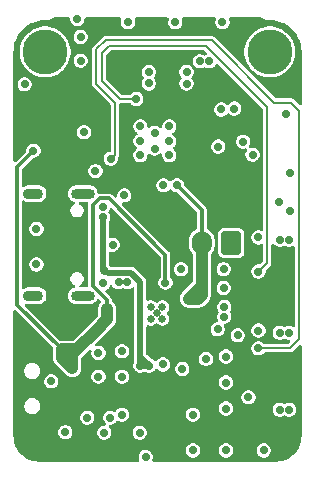
<source format=gbl>
G04 #@! TF.GenerationSoftware,KiCad,Pcbnew,9.0.3*
G04 #@! TF.CreationDate,2025-07-16T17:21:36+12:00*
G04 #@! TF.ProjectId,TempSense,54656d70-5365-46e7-9365-2e6b69636164,rev?*
G04 #@! TF.SameCoordinates,Original*
G04 #@! TF.FileFunction,Copper,L4,Bot*
G04 #@! TF.FilePolarity,Positive*
%FSLAX46Y46*%
G04 Gerber Fmt 4.6, Leading zero omitted, Abs format (unit mm)*
G04 Created by KiCad (PCBNEW 9.0.3) date 2025-07-16 17:21:36*
%MOMM*%
%LPD*%
G01*
G04 APERTURE LIST*
G04 Aperture macros list*
%AMRoundRect*
0 Rectangle with rounded corners*
0 $1 Rounding radius*
0 $2 $3 $4 $5 $6 $7 $8 $9 X,Y pos of 4 corners*
0 Add a 4 corners polygon primitive as box body*
4,1,4,$2,$3,$4,$5,$6,$7,$8,$9,$2,$3,0*
0 Add four circle primitives for the rounded corners*
1,1,$1+$1,$2,$3*
1,1,$1+$1,$4,$5*
1,1,$1+$1,$6,$7*
1,1,$1+$1,$8,$9*
0 Add four rect primitives between the rounded corners*
20,1,$1+$1,$2,$3,$4,$5,0*
20,1,$1+$1,$4,$5,$6,$7,0*
20,1,$1+$1,$6,$7,$8,$9,0*
20,1,$1+$1,$8,$9,$2,$3,0*%
G04 Aperture macros list end*
G04 #@! TA.AperFunction,ComponentPad*
%ADD10C,3.800000*%
G04 #@! TD*
G04 #@! TA.AperFunction,ComponentPad*
%ADD11C,0.650000*%
G04 #@! TD*
G04 #@! TA.AperFunction,ComponentPad*
%ADD12O,2.000000X0.900000*%
G04 #@! TD*
G04 #@! TA.AperFunction,ComponentPad*
%ADD13O,1.700000X0.900000*%
G04 #@! TD*
G04 #@! TA.AperFunction,ComponentPad*
%ADD14RoundRect,0.250000X0.600000X0.750000X-0.600000X0.750000X-0.600000X-0.750000X0.600000X-0.750000X0*%
G04 #@! TD*
G04 #@! TA.AperFunction,ComponentPad*
%ADD15O,1.700000X2.000000*%
G04 #@! TD*
G04 #@! TA.AperFunction,ViaPad*
%ADD16C,0.700000*%
G04 #@! TD*
G04 #@! TA.AperFunction,Conductor*
%ADD17C,1.000000*%
G04 #@! TD*
G04 #@! TA.AperFunction,Conductor*
%ADD18C,0.300000*%
G04 #@! TD*
G04 #@! TA.AperFunction,Conductor*
%ADD19C,0.200000*%
G04 #@! TD*
G04 #@! TA.AperFunction,Conductor*
%ADD20C,0.500000*%
G04 #@! TD*
G04 APERTURE END LIST*
D10*
X85500000Y-55000000D03*
X66500000Y-55000000D03*
D11*
X76420000Y-77605000D03*
X76420000Y-76605000D03*
X75920000Y-77105000D03*
X75420000Y-77605000D03*
X75420000Y-76605000D03*
D12*
X69670000Y-67000000D03*
X69670000Y-75650000D03*
D13*
X65500000Y-67000000D03*
X65500000Y-75650000D03*
D14*
X82250000Y-71170000D03*
D15*
X79750000Y-71170000D03*
D16*
X81100000Y-78500000D03*
X83700000Y-84250000D03*
X81650000Y-77410000D03*
X85000000Y-88750000D03*
X81800000Y-88750000D03*
X65750000Y-73000000D03*
X73000000Y-82500000D03*
X71500000Y-87250000D03*
X79600000Y-55800000D03*
X74550000Y-63750000D03*
X81650000Y-76610000D03*
X78000000Y-73400000D03*
X64750000Y-57750000D03*
X75270000Y-56705000D03*
X70050000Y-85980000D03*
X70750000Y-65100000D03*
X77000000Y-62575000D03*
X73500000Y-52500000D03*
X84550000Y-70715000D03*
X78460000Y-56715000D03*
X69500000Y-53750000D03*
X76475000Y-81465000D03*
X76500000Y-66300000D03*
X82500000Y-59800000D03*
X69500000Y-55750000D03*
X81800000Y-80800000D03*
X73000000Y-85720000D03*
X69200000Y-52212500D03*
X75750000Y-63200000D03*
X81400000Y-59875000D03*
X77000000Y-61300000D03*
X78100000Y-81850000D03*
X71000000Y-82500000D03*
X81150000Y-63020000D03*
X77500000Y-52500000D03*
X86350000Y-78790000D03*
X87150000Y-85290000D03*
X73000000Y-80350000D03*
X86900000Y-60250000D03*
X71400000Y-74600000D03*
X86250000Y-67750000D03*
X72700000Y-74500000D03*
X73450000Y-74500000D03*
X80100000Y-80995000D03*
X72200000Y-71325000D03*
X79000000Y-88750000D03*
X67000000Y-82900000D03*
X78460000Y-57685000D03*
X87250000Y-65250000D03*
X65750000Y-70000000D03*
X72000000Y-85980000D03*
X74550000Y-62550000D03*
X86350000Y-85290000D03*
X81500000Y-52500000D03*
X74500000Y-87250000D03*
X87250000Y-68500000D03*
X71000000Y-80500000D03*
X80400000Y-55800000D03*
X79000000Y-85720000D03*
X74550000Y-61300000D03*
X86350000Y-70915000D03*
X82800000Y-79000000D03*
X71400000Y-68100000D03*
X84550000Y-78600000D03*
X87150000Y-70915000D03*
X75270000Y-57675000D03*
X83250000Y-62600000D03*
X77000000Y-63750000D03*
X69775000Y-61800000D03*
X84050000Y-63700000D03*
X75000000Y-89300000D03*
X75750000Y-61850000D03*
X81600000Y-73400000D03*
X81800000Y-83000000D03*
X73185000Y-67150000D03*
X81800000Y-85200000D03*
X87150000Y-78790000D03*
X68200000Y-87200000D03*
X81600000Y-75000000D03*
X78650000Y-75900000D03*
X77650000Y-66300000D03*
X79425000Y-75900000D03*
X83700000Y-81885000D03*
X71300000Y-60974000D03*
X80350000Y-67700000D03*
X83750000Y-67500000D03*
X72800000Y-58000000D03*
X83700000Y-75395000D03*
X72600000Y-56000000D03*
X74900000Y-66375000D03*
X70000000Y-57000000D03*
X72200000Y-57000000D03*
X84000000Y-59800000D03*
X69700000Y-63620000D03*
X70000000Y-58000000D03*
X81150000Y-58025000D03*
X68090000Y-58250000D03*
X81150000Y-58825000D03*
X76830000Y-87600000D03*
X65500000Y-61200000D03*
X79800000Y-83620000D03*
X79800000Y-84420000D03*
X72600000Y-55200000D03*
X72050000Y-64050000D03*
X84550000Y-80100000D03*
X84550000Y-73600000D03*
X74200000Y-59000000D03*
X71500000Y-73500000D03*
X74550000Y-81565000D03*
X71400000Y-69000000D03*
X75300000Y-81565000D03*
X76675000Y-74550000D03*
X71750000Y-77500000D03*
X67900000Y-80200000D03*
X68800000Y-81800000D03*
X68800000Y-81000000D03*
X70800000Y-78600000D03*
X71750000Y-76750000D03*
X65500000Y-63375000D03*
X68800000Y-80200000D03*
D17*
X79750000Y-75575000D02*
X79425000Y-75900000D01*
X79750000Y-74800000D02*
X79750000Y-75575000D01*
D18*
X79750000Y-68400000D02*
X79750000Y-71170000D01*
X77650000Y-66300000D02*
X79750000Y-68400000D01*
D17*
X79750000Y-71170000D02*
X79750000Y-74800000D01*
X78650000Y-75900000D02*
X79425000Y-75900000D01*
X78650000Y-75900000D02*
X79750000Y-74800000D01*
D19*
X84550000Y-80100000D02*
X87200000Y-80100000D01*
X70800000Y-57700000D02*
X72400000Y-59300000D01*
X88000000Y-60000000D02*
X87300000Y-59300000D01*
X87200000Y-80100000D02*
X88000000Y-79300000D01*
X80600000Y-54000000D02*
X71600000Y-54000000D01*
X71600000Y-54000000D02*
X70800000Y-54800000D01*
X72400000Y-59300000D02*
X72400000Y-63685000D01*
X70800000Y-54800000D02*
X70800000Y-57700000D01*
X72400000Y-63685000D02*
X72400000Y-63700000D01*
X72400000Y-63700000D02*
X72050000Y-64050000D01*
X88000000Y-79300000D02*
X88000000Y-60000000D01*
X87300000Y-59300000D02*
X85900000Y-59300000D01*
X85900000Y-59300000D02*
X80600000Y-54000000D01*
X85300000Y-72850000D02*
X84550000Y-73600000D01*
X71900000Y-54500000D02*
X80100000Y-54500000D01*
X74200000Y-59000000D02*
X72800000Y-59000000D01*
X85300000Y-59700000D02*
X85300000Y-72850000D01*
X80100000Y-54500000D02*
X85300000Y-59700000D01*
X72800000Y-59000000D02*
X71300000Y-57500000D01*
X71300000Y-55100000D02*
X71900000Y-54500000D01*
X71300000Y-57500000D02*
X71300000Y-55100000D01*
D20*
X74550000Y-74467214D02*
X74550000Y-80800000D01*
X74550000Y-80800000D02*
X74550000Y-81565000D01*
X74550000Y-81565000D02*
X75300000Y-81565000D01*
X71500000Y-73600000D02*
X71700000Y-73600000D01*
X71800000Y-73700000D02*
X73782786Y-73700000D01*
X71400000Y-69000000D02*
X71400000Y-73500000D01*
X75300000Y-81565000D02*
X75300000Y-81550000D01*
X71700000Y-73600000D02*
X71800000Y-73700000D01*
X75300000Y-81550000D02*
X74550000Y-80800000D01*
X71400000Y-73500000D02*
X71500000Y-73600000D01*
X73782786Y-73700000D02*
X74550000Y-74467214D01*
D17*
X69200000Y-80200000D02*
X70800000Y-78600000D01*
X68800000Y-81000000D02*
X68800000Y-80600000D01*
D18*
X71108636Y-67400000D02*
X70531074Y-67977562D01*
D17*
X67900000Y-80200000D02*
X68800000Y-80200000D01*
D18*
X64100000Y-76400000D02*
X67900000Y-80200000D01*
D17*
X68800000Y-80600000D02*
X69200000Y-80200000D01*
D18*
X64100000Y-64775000D02*
X64100000Y-76400000D01*
D17*
X71750000Y-77500000D02*
X71750000Y-77650000D01*
D18*
X65500000Y-63375000D02*
X64100000Y-64775000D01*
X71750000Y-76047215D02*
X71750000Y-76750000D01*
D17*
X71750000Y-76750000D02*
X71750000Y-77500000D01*
D18*
X76675000Y-72175000D02*
X71900000Y-67400000D01*
X70531074Y-74828289D02*
X71750000Y-76047215D01*
D17*
X68800000Y-80200000D02*
X68800000Y-81000000D01*
X71750000Y-77650000D02*
X70800000Y-78600000D01*
D18*
X70531074Y-67977562D02*
X70531074Y-74828289D01*
D17*
X68800000Y-81800000D02*
X68800000Y-80200000D01*
X68800000Y-80200000D02*
X69200000Y-80200000D01*
X67900000Y-80200000D02*
X67900000Y-80900000D01*
D18*
X76675000Y-74550000D02*
X76675000Y-72175000D01*
X71900000Y-67400000D02*
X71108636Y-67400000D01*
D17*
X67900000Y-80900000D02*
X68800000Y-81800000D01*
G04 #@! TA.AperFunction,Conductor*
G36*
X68542539Y-52107185D02*
G01*
X68588294Y-52159989D01*
X68599500Y-52211500D01*
X68599500Y-52291557D01*
X68634170Y-52420945D01*
X68640423Y-52444283D01*
X68640426Y-52444290D01*
X68719475Y-52581209D01*
X68719479Y-52581214D01*
X68719480Y-52581216D01*
X68831284Y-52693020D01*
X68831286Y-52693021D01*
X68831290Y-52693024D01*
X68898436Y-52731790D01*
X68968216Y-52772077D01*
X69120943Y-52813000D01*
X69120945Y-52813000D01*
X69279055Y-52813000D01*
X69279057Y-52813000D01*
X69431784Y-52772077D01*
X69568716Y-52693020D01*
X69680520Y-52581216D01*
X69759577Y-52444284D01*
X69800500Y-52291557D01*
X69800500Y-52211500D01*
X69820185Y-52144461D01*
X69872989Y-52098706D01*
X69924500Y-52087500D01*
X72829985Y-52087500D01*
X72897024Y-52107185D01*
X72942779Y-52159989D01*
X72952723Y-52229147D01*
X72942019Y-52260078D01*
X72943534Y-52260706D01*
X72940423Y-52268216D01*
X72899500Y-52420943D01*
X72899500Y-52579057D01*
X72930038Y-52693024D01*
X72940423Y-52731783D01*
X72940426Y-52731790D01*
X73019475Y-52868709D01*
X73019479Y-52868714D01*
X73019480Y-52868716D01*
X73131284Y-52980520D01*
X73131286Y-52980521D01*
X73131290Y-52980524D01*
X73268209Y-53059573D01*
X73268216Y-53059577D01*
X73420943Y-53100500D01*
X73420945Y-53100500D01*
X73579055Y-53100500D01*
X73579057Y-53100500D01*
X73731784Y-53059577D01*
X73868716Y-52980520D01*
X73980520Y-52868716D01*
X74059577Y-52731784D01*
X74100500Y-52579057D01*
X74100500Y-52420943D01*
X74059577Y-52268216D01*
X74059573Y-52268209D01*
X74056466Y-52260706D01*
X74059242Y-52259555D01*
X74046156Y-52205587D01*
X74069015Y-52139562D01*
X74123941Y-52096377D01*
X74170015Y-52087500D01*
X76829985Y-52087500D01*
X76897024Y-52107185D01*
X76942779Y-52159989D01*
X76952723Y-52229147D01*
X76942019Y-52260078D01*
X76943534Y-52260706D01*
X76940423Y-52268216D01*
X76899500Y-52420943D01*
X76899500Y-52579057D01*
X76930038Y-52693024D01*
X76940423Y-52731783D01*
X76940426Y-52731790D01*
X77019475Y-52868709D01*
X77019479Y-52868714D01*
X77019480Y-52868716D01*
X77131284Y-52980520D01*
X77131286Y-52980521D01*
X77131290Y-52980524D01*
X77268209Y-53059573D01*
X77268216Y-53059577D01*
X77420943Y-53100500D01*
X77420945Y-53100500D01*
X77579055Y-53100500D01*
X77579057Y-53100500D01*
X77731784Y-53059577D01*
X77868716Y-52980520D01*
X77980520Y-52868716D01*
X78059577Y-52731784D01*
X78100500Y-52579057D01*
X78100500Y-52420943D01*
X78059577Y-52268216D01*
X78059573Y-52268209D01*
X78056466Y-52260706D01*
X78059242Y-52259555D01*
X78046156Y-52205587D01*
X78069015Y-52139562D01*
X78123941Y-52096377D01*
X78170015Y-52087500D01*
X80829985Y-52087500D01*
X80897024Y-52107185D01*
X80942779Y-52159989D01*
X80952723Y-52229147D01*
X80942019Y-52260078D01*
X80943534Y-52260706D01*
X80940423Y-52268216D01*
X80899500Y-52420943D01*
X80899500Y-52579057D01*
X80930038Y-52693024D01*
X80940423Y-52731783D01*
X80940426Y-52731790D01*
X81019475Y-52868709D01*
X81019479Y-52868714D01*
X81019480Y-52868716D01*
X81131284Y-52980520D01*
X81131286Y-52980521D01*
X81131290Y-52980524D01*
X81268209Y-53059573D01*
X81268216Y-53059577D01*
X81420943Y-53100500D01*
X81420945Y-53100500D01*
X81579055Y-53100500D01*
X81579057Y-53100500D01*
X81731784Y-53059577D01*
X81868716Y-52980520D01*
X81980520Y-52868716D01*
X82059577Y-52731784D01*
X82100500Y-52579057D01*
X82100500Y-52420943D01*
X82059577Y-52268216D01*
X82059573Y-52268209D01*
X82056466Y-52260706D01*
X82059242Y-52259555D01*
X82046156Y-52205587D01*
X82069015Y-52139562D01*
X82123941Y-52096377D01*
X82170015Y-52087500D01*
X84743984Y-52087500D01*
X84811023Y-52107185D01*
X84816863Y-52111177D01*
X84818390Y-52112287D01*
X84881535Y-52144461D01*
X85000776Y-52205218D01*
X85000778Y-52205218D01*
X85000781Y-52205220D01*
X85071411Y-52228169D01*
X85195465Y-52268477D01*
X85296557Y-52284488D01*
X85397648Y-52300500D01*
X85452405Y-52300500D01*
X85496519Y-52300500D01*
X85503472Y-52300695D01*
X85795306Y-52317084D01*
X85809103Y-52318638D01*
X86093827Y-52367015D01*
X86107384Y-52370109D01*
X86384899Y-52450060D01*
X86398025Y-52454653D01*
X86664841Y-52565172D01*
X86677355Y-52571198D01*
X86843444Y-52662992D01*
X86930125Y-52710899D01*
X86941899Y-52718297D01*
X87177430Y-52885415D01*
X87188302Y-52894085D01*
X87381945Y-53067135D01*
X87403642Y-53086524D01*
X87413473Y-53096355D01*
X87417177Y-53100500D01*
X87605914Y-53311697D01*
X87614584Y-53322569D01*
X87781702Y-53558100D01*
X87789100Y-53569874D01*
X87928797Y-53822637D01*
X87934830Y-53835165D01*
X88045346Y-54101975D01*
X88049939Y-54115100D01*
X88129890Y-54392615D01*
X88132984Y-54406172D01*
X88181359Y-54690885D01*
X88182916Y-54704703D01*
X88199305Y-54996527D01*
X88199500Y-55003480D01*
X88199500Y-59404456D01*
X88179815Y-59471495D01*
X88127011Y-59517250D01*
X88057853Y-59527194D01*
X87994297Y-59498169D01*
X87987819Y-59492137D01*
X87515213Y-59019531D01*
X87515208Y-59019527D01*
X87435290Y-58973387D01*
X87435289Y-58973386D01*
X87435288Y-58973386D01*
X87346144Y-58949500D01*
X87346143Y-58949500D01*
X86096544Y-58949500D01*
X86029505Y-58929815D01*
X86008863Y-58913181D01*
X81954723Y-54859041D01*
X83349500Y-54859041D01*
X83349500Y-55140958D01*
X83386295Y-55420439D01*
X83459259Y-55692743D01*
X83567135Y-55953179D01*
X83567140Y-55953190D01*
X83708083Y-56197309D01*
X83708088Y-56197317D01*
X83832595Y-56359577D01*
X83879704Y-56420970D01*
X84079029Y-56620295D01*
X84079033Y-56620298D01*
X84079035Y-56620300D01*
X84302683Y-56791912D01*
X84302690Y-56791916D01*
X84546809Y-56932859D01*
X84546814Y-56932861D01*
X84546817Y-56932863D01*
X84807261Y-57040742D01*
X85079558Y-57113704D01*
X85359049Y-57150500D01*
X85359056Y-57150500D01*
X85640944Y-57150500D01*
X85640951Y-57150500D01*
X85920442Y-57113704D01*
X86192739Y-57040742D01*
X86453183Y-56932863D01*
X86697317Y-56791912D01*
X86920965Y-56620300D01*
X87120300Y-56420965D01*
X87291912Y-56197317D01*
X87432863Y-55953183D01*
X87540742Y-55692739D01*
X87613704Y-55420442D01*
X87650500Y-55140951D01*
X87650500Y-54859049D01*
X87649374Y-54850500D01*
X87629265Y-54697752D01*
X87613704Y-54579558D01*
X87540742Y-54307261D01*
X87432863Y-54046817D01*
X87432861Y-54046814D01*
X87432859Y-54046809D01*
X87291916Y-53802690D01*
X87291912Y-53802683D01*
X87120300Y-53579035D01*
X87120298Y-53579033D01*
X87120295Y-53579029D01*
X86920970Y-53379704D01*
X86920965Y-53379700D01*
X86697317Y-53208088D01*
X86697311Y-53208084D01*
X86697309Y-53208083D01*
X86453190Y-53067140D01*
X86453179Y-53067135D01*
X86192743Y-52959259D01*
X85920439Y-52886295D01*
X85640958Y-52849500D01*
X85640951Y-52849500D01*
X85359049Y-52849500D01*
X85359041Y-52849500D01*
X85079560Y-52886295D01*
X84807256Y-52959259D01*
X84546820Y-53067135D01*
X84546809Y-53067140D01*
X84302690Y-53208083D01*
X84302682Y-53208089D01*
X84079029Y-53379704D01*
X83879704Y-53579029D01*
X83708089Y-53802682D01*
X83708083Y-53802690D01*
X83567140Y-54046809D01*
X83567135Y-54046820D01*
X83459259Y-54307256D01*
X83386295Y-54579560D01*
X83349500Y-54859041D01*
X81954723Y-54859041D01*
X80815213Y-53719531D01*
X80815205Y-53719525D01*
X80735292Y-53673388D01*
X80735288Y-53673386D01*
X80733856Y-53673002D01*
X80733848Y-53672997D01*
X80733848Y-53673000D01*
X80689995Y-53661250D01*
X80646144Y-53649500D01*
X71646144Y-53649500D01*
X71553856Y-53649500D01*
X71464712Y-53673386D01*
X71464709Y-53673387D01*
X71384791Y-53719527D01*
X71384786Y-53719531D01*
X70519531Y-54584786D01*
X70519529Y-54584789D01*
X70490375Y-54635287D01*
X70490373Y-54635289D01*
X70473388Y-54664706D01*
X70473387Y-54664709D01*
X70473386Y-54664711D01*
X70473386Y-54664712D01*
X70462670Y-54704704D01*
X70449500Y-54753856D01*
X70449500Y-57746145D01*
X70465013Y-57804042D01*
X70473384Y-57835283D01*
X70473387Y-57835290D01*
X70519527Y-57915208D01*
X70519531Y-57915213D01*
X72013181Y-59408863D01*
X72046666Y-59470186D01*
X72049500Y-59496544D01*
X72049500Y-63333302D01*
X72029815Y-63400341D01*
X71977011Y-63446096D01*
X71957595Y-63453076D01*
X71926654Y-63461367D01*
X71818214Y-63490423D01*
X71818209Y-63490426D01*
X71681290Y-63569475D01*
X71681282Y-63569481D01*
X71569481Y-63681282D01*
X71569475Y-63681290D01*
X71490426Y-63818209D01*
X71490423Y-63818216D01*
X71449500Y-63970943D01*
X71449500Y-64129057D01*
X71484473Y-64259576D01*
X71490423Y-64281783D01*
X71490426Y-64281790D01*
X71569475Y-64418709D01*
X71569479Y-64418714D01*
X71569480Y-64418716D01*
X71681284Y-64530520D01*
X71681286Y-64530521D01*
X71681290Y-64530524D01*
X71757138Y-64574314D01*
X71818216Y-64609577D01*
X71970943Y-64650500D01*
X71970945Y-64650500D01*
X72129055Y-64650500D01*
X72129057Y-64650500D01*
X72281784Y-64609577D01*
X72418716Y-64530520D01*
X72530520Y-64418716D01*
X72609577Y-64281784D01*
X72650500Y-64129057D01*
X72650500Y-63996361D01*
X72663254Y-63941586D01*
X72672137Y-63923544D01*
X72680470Y-63915212D01*
X72726614Y-63835288D01*
X72736619Y-63797947D01*
X72750500Y-63746144D01*
X72750500Y-63638856D01*
X72750500Y-61220943D01*
X73949500Y-61220943D01*
X73949500Y-61379057D01*
X73974844Y-61473640D01*
X73990423Y-61531783D01*
X73990426Y-61531790D01*
X74069475Y-61668709D01*
X74069479Y-61668714D01*
X74069480Y-61668716D01*
X74181284Y-61780520D01*
X74181285Y-61780521D01*
X74181287Y-61780522D01*
X74245531Y-61817613D01*
X74293746Y-61868179D01*
X74306970Y-61936786D01*
X74281002Y-62001651D01*
X74245531Y-62032387D01*
X74181287Y-62069477D01*
X74181282Y-62069481D01*
X74069481Y-62181282D01*
X74069475Y-62181290D01*
X73990426Y-62318209D01*
X73990423Y-62318216D01*
X73949500Y-62470943D01*
X73949500Y-62629057D01*
X73988472Y-62774500D01*
X73990423Y-62781783D01*
X73990426Y-62781790D01*
X74069475Y-62918709D01*
X74069479Y-62918714D01*
X74069480Y-62918716D01*
X74181284Y-63030520D01*
X74181285Y-63030521D01*
X74181287Y-63030522D01*
X74202229Y-63042613D01*
X74250445Y-63093180D01*
X74263668Y-63161787D01*
X74237700Y-63226652D01*
X74202229Y-63257387D01*
X74181287Y-63269477D01*
X74181282Y-63269481D01*
X74069481Y-63381282D01*
X74069475Y-63381290D01*
X73990426Y-63518209D01*
X73990423Y-63518216D01*
X73949500Y-63670943D01*
X73949500Y-63829057D01*
X73977026Y-63931783D01*
X73990423Y-63981783D01*
X73990426Y-63981790D01*
X74069475Y-64118709D01*
X74069479Y-64118714D01*
X74069480Y-64118716D01*
X74181284Y-64230520D01*
X74181286Y-64230521D01*
X74181290Y-64230524D01*
X74302492Y-64300499D01*
X74318216Y-64309577D01*
X74470943Y-64350500D01*
X74470945Y-64350500D01*
X74629055Y-64350500D01*
X74629057Y-64350500D01*
X74781784Y-64309577D01*
X74918716Y-64230520D01*
X75030520Y-64118716D01*
X75109577Y-63981784D01*
X75150500Y-63829057D01*
X75150500Y-63749098D01*
X75170185Y-63682059D01*
X75222989Y-63636304D01*
X75292147Y-63626360D01*
X75355703Y-63655385D01*
X75362181Y-63661417D01*
X75381284Y-63680520D01*
X75381286Y-63680521D01*
X75381290Y-63680524D01*
X75518209Y-63759573D01*
X75518216Y-63759577D01*
X75670943Y-63800500D01*
X75670945Y-63800500D01*
X75829055Y-63800500D01*
X75829057Y-63800500D01*
X75981784Y-63759577D01*
X76118716Y-63680520D01*
X76187819Y-63611417D01*
X76249142Y-63577932D01*
X76318834Y-63582916D01*
X76374767Y-63624788D01*
X76399184Y-63690252D01*
X76399500Y-63699098D01*
X76399500Y-63829057D01*
X76427026Y-63931783D01*
X76440423Y-63981783D01*
X76440426Y-63981790D01*
X76519475Y-64118709D01*
X76519479Y-64118714D01*
X76519480Y-64118716D01*
X76631284Y-64230520D01*
X76631286Y-64230521D01*
X76631290Y-64230524D01*
X76752492Y-64300499D01*
X76768216Y-64309577D01*
X76920943Y-64350500D01*
X76920945Y-64350500D01*
X77079055Y-64350500D01*
X77079057Y-64350500D01*
X77231784Y-64309577D01*
X77368716Y-64230520D01*
X77480520Y-64118716D01*
X77559577Y-63981784D01*
X77600500Y-63829057D01*
X77600500Y-63670943D01*
X77559577Y-63518216D01*
X77522534Y-63454055D01*
X77480524Y-63381290D01*
X77480518Y-63381282D01*
X77368717Y-63269481D01*
X77362265Y-63264530D01*
X77363178Y-63263338D01*
X77321208Y-63219325D01*
X77307982Y-63150718D01*
X77333947Y-63085852D01*
X77362654Y-63060977D01*
X77362265Y-63060470D01*
X77368709Y-63055523D01*
X77368716Y-63055520D01*
X77480520Y-62943716D01*
X77482121Y-62940943D01*
X80549500Y-62940943D01*
X80549500Y-63099057D01*
X80581768Y-63219481D01*
X80590423Y-63251783D01*
X80590426Y-63251790D01*
X80669475Y-63388709D01*
X80669479Y-63388714D01*
X80669480Y-63388716D01*
X80781284Y-63500520D01*
X80781286Y-63500521D01*
X80781290Y-63500524D01*
X80900727Y-63569480D01*
X80918216Y-63579577D01*
X81070943Y-63620500D01*
X81070945Y-63620500D01*
X81229055Y-63620500D01*
X81229057Y-63620500D01*
X81381784Y-63579577D01*
X81518716Y-63500520D01*
X81630520Y-63388716D01*
X81709577Y-63251784D01*
X81750500Y-63099057D01*
X81750500Y-62940943D01*
X81709577Y-62788216D01*
X81701658Y-62774500D01*
X81630524Y-62651290D01*
X81630518Y-62651282D01*
X81518717Y-62539481D01*
X81518709Y-62539475D01*
X81486610Y-62520943D01*
X82649500Y-62520943D01*
X82649500Y-62679057D01*
X82683725Y-62806784D01*
X82690423Y-62831783D01*
X82690426Y-62831790D01*
X82769475Y-62968709D01*
X82769479Y-62968714D01*
X82769480Y-62968716D01*
X82881284Y-63080520D01*
X82881286Y-63080521D01*
X82881290Y-63080524D01*
X83018209Y-63159573D01*
X83018216Y-63159577D01*
X83170943Y-63200500D01*
X83170945Y-63200500D01*
X83329054Y-63200500D01*
X83329057Y-63200500D01*
X83413647Y-63177834D01*
X83483495Y-63179497D01*
X83541358Y-63218659D01*
X83568862Y-63282888D01*
X83557276Y-63351790D01*
X83553127Y-63359608D01*
X83490423Y-63468215D01*
X83490423Y-63468216D01*
X83449500Y-63620943D01*
X83449500Y-63779057D01*
X83469990Y-63855524D01*
X83490423Y-63931783D01*
X83490426Y-63931790D01*
X83569475Y-64068709D01*
X83569479Y-64068714D01*
X83569480Y-64068716D01*
X83681284Y-64180520D01*
X83681286Y-64180521D01*
X83681290Y-64180524D01*
X83767887Y-64230520D01*
X83818216Y-64259577D01*
X83970943Y-64300500D01*
X83970945Y-64300500D01*
X84129055Y-64300500D01*
X84129057Y-64300500D01*
X84281784Y-64259577D01*
X84418716Y-64180520D01*
X84530520Y-64068716D01*
X84609577Y-63931784D01*
X84650500Y-63779057D01*
X84650500Y-63620943D01*
X84609577Y-63468216D01*
X84600837Y-63453077D01*
X84530524Y-63331290D01*
X84530518Y-63331282D01*
X84418717Y-63219481D01*
X84418709Y-63219475D01*
X84281790Y-63140426D01*
X84281786Y-63140424D01*
X84281784Y-63140423D01*
X84129057Y-63099500D01*
X83970943Y-63099500D01*
X83970941Y-63099500D01*
X83886352Y-63122165D01*
X83816502Y-63120502D01*
X83758640Y-63081338D01*
X83731137Y-63017110D01*
X83742724Y-62948208D01*
X83746863Y-62940408D01*
X83809577Y-62831784D01*
X83850500Y-62679057D01*
X83850500Y-62520943D01*
X83809577Y-62368216D01*
X83799037Y-62349960D01*
X83730524Y-62231290D01*
X83730518Y-62231282D01*
X83618717Y-62119481D01*
X83618709Y-62119475D01*
X83481790Y-62040426D01*
X83481786Y-62040424D01*
X83481784Y-62040423D01*
X83329057Y-61999500D01*
X83170943Y-61999500D01*
X83018216Y-62040423D01*
X83018209Y-62040426D01*
X82881290Y-62119475D01*
X82881282Y-62119481D01*
X82769481Y-62231282D01*
X82769475Y-62231290D01*
X82690426Y-62368209D01*
X82690423Y-62368216D01*
X82649500Y-62520943D01*
X81486610Y-62520943D01*
X81381790Y-62460426D01*
X81381786Y-62460424D01*
X81381784Y-62460423D01*
X81229057Y-62419500D01*
X81070943Y-62419500D01*
X80918216Y-62460423D01*
X80918209Y-62460426D01*
X80781290Y-62539475D01*
X80781282Y-62539481D01*
X80669481Y-62651282D01*
X80669475Y-62651290D01*
X80590426Y-62788209D01*
X80590423Y-62788216D01*
X80549500Y-62940943D01*
X77482121Y-62940943D01*
X77508949Y-62894475D01*
X77522609Y-62870816D01*
X77549863Y-62823609D01*
X77559577Y-62806784D01*
X77600500Y-62654057D01*
X77600500Y-62495943D01*
X77559577Y-62343216D01*
X77552246Y-62330518D01*
X77480524Y-62206290D01*
X77480518Y-62206282D01*
X77368715Y-62094479D01*
X77325409Y-62069477D01*
X77282816Y-62044886D01*
X77234602Y-61994321D01*
X77221378Y-61925714D01*
X77247346Y-61860849D01*
X77282815Y-61830114D01*
X77368716Y-61780520D01*
X77480520Y-61668716D01*
X77559577Y-61531784D01*
X77600500Y-61379057D01*
X77600500Y-61220943D01*
X77559577Y-61068216D01*
X77559573Y-61068209D01*
X77480524Y-60931290D01*
X77480518Y-60931282D01*
X77368717Y-60819481D01*
X77368709Y-60819475D01*
X77231790Y-60740426D01*
X77231786Y-60740424D01*
X77231784Y-60740423D01*
X77079057Y-60699500D01*
X76920943Y-60699500D01*
X76768216Y-60740423D01*
X76768209Y-60740426D01*
X76631290Y-60819475D01*
X76631282Y-60819481D01*
X76519481Y-60931282D01*
X76519475Y-60931290D01*
X76440426Y-61068209D01*
X76440423Y-61068216D01*
X76399500Y-61220943D01*
X76399500Y-61350902D01*
X76379815Y-61417941D01*
X76327011Y-61463696D01*
X76257853Y-61473640D01*
X76194297Y-61444615D01*
X76187819Y-61438583D01*
X76118717Y-61369481D01*
X76118709Y-61369475D01*
X75981790Y-61290426D01*
X75981786Y-61290424D01*
X75981784Y-61290423D01*
X75829057Y-61249500D01*
X75670943Y-61249500D01*
X75518216Y-61290423D01*
X75518209Y-61290426D01*
X75381290Y-61369475D01*
X75381282Y-61369481D01*
X75362181Y-61388583D01*
X75300858Y-61422068D01*
X75231166Y-61417084D01*
X75175233Y-61375212D01*
X75150816Y-61309748D01*
X75150500Y-61300902D01*
X75150500Y-61220945D01*
X75150500Y-61220943D01*
X75109577Y-61068216D01*
X75109573Y-61068209D01*
X75030524Y-60931290D01*
X75030518Y-60931282D01*
X74918717Y-60819481D01*
X74918709Y-60819475D01*
X74781790Y-60740426D01*
X74781786Y-60740424D01*
X74781784Y-60740423D01*
X74629057Y-60699500D01*
X74470943Y-60699500D01*
X74318216Y-60740423D01*
X74318209Y-60740426D01*
X74181290Y-60819475D01*
X74181282Y-60819481D01*
X74069481Y-60931282D01*
X74069475Y-60931290D01*
X73990426Y-61068209D01*
X73990423Y-61068216D01*
X73949500Y-61220943D01*
X72750500Y-61220943D01*
X72750500Y-59795943D01*
X80799500Y-59795943D01*
X80799500Y-59954057D01*
X80820329Y-60031790D01*
X80840423Y-60106783D01*
X80840426Y-60106790D01*
X80919475Y-60243709D01*
X80919479Y-60243714D01*
X80919480Y-60243716D01*
X81031284Y-60355520D01*
X81031286Y-60355521D01*
X81031290Y-60355524D01*
X81109192Y-60400500D01*
X81168216Y-60434577D01*
X81320943Y-60475500D01*
X81320945Y-60475500D01*
X81479055Y-60475500D01*
X81479057Y-60475500D01*
X81631784Y-60434577D01*
X81768716Y-60355520D01*
X81880520Y-60243716D01*
X81880523Y-60243709D01*
X81885470Y-60237265D01*
X81887602Y-60238901D01*
X81928588Y-60199812D01*
X81997193Y-60186580D01*
X82062061Y-60212539D01*
X82073103Y-60222339D01*
X82131284Y-60280520D01*
X82131286Y-60280521D01*
X82131290Y-60280524D01*
X82261189Y-60355520D01*
X82268216Y-60359577D01*
X82420943Y-60400500D01*
X82420945Y-60400500D01*
X82579055Y-60400500D01*
X82579057Y-60400500D01*
X82731784Y-60359577D01*
X82868716Y-60280520D01*
X82980520Y-60168716D01*
X83059577Y-60031784D01*
X83100500Y-59879057D01*
X83100500Y-59720943D01*
X83059577Y-59568216D01*
X83030152Y-59517250D01*
X82980524Y-59431290D01*
X82980518Y-59431282D01*
X82868717Y-59319481D01*
X82868709Y-59319475D01*
X82731790Y-59240426D01*
X82731786Y-59240424D01*
X82731784Y-59240423D01*
X82579057Y-59199500D01*
X82420943Y-59199500D01*
X82268216Y-59240423D01*
X82268209Y-59240426D01*
X82131290Y-59319475D01*
X82131282Y-59319481D01*
X82019481Y-59431282D01*
X82014530Y-59437735D01*
X82012403Y-59436103D01*
X81971364Y-59475212D01*
X81902753Y-59488414D01*
X81837896Y-59462426D01*
X81826896Y-59452660D01*
X81768717Y-59394481D01*
X81768709Y-59394475D01*
X81631790Y-59315426D01*
X81631786Y-59315424D01*
X81631784Y-59315423D01*
X81479057Y-59274500D01*
X81320943Y-59274500D01*
X81168216Y-59315423D01*
X81168209Y-59315426D01*
X81031290Y-59394475D01*
X81031282Y-59394481D01*
X80919481Y-59506282D01*
X80919475Y-59506290D01*
X80840426Y-59643209D01*
X80840423Y-59643216D01*
X80799500Y-59795943D01*
X72750500Y-59795943D01*
X72750500Y-59474500D01*
X72770185Y-59407461D01*
X72822989Y-59361706D01*
X72874500Y-59350500D01*
X73649902Y-59350500D01*
X73716941Y-59370185D01*
X73737583Y-59386819D01*
X73831284Y-59480520D01*
X73831286Y-59480521D01*
X73831290Y-59480524D01*
X73912126Y-59527194D01*
X73968216Y-59559577D01*
X74120943Y-59600500D01*
X74120945Y-59600500D01*
X74279055Y-59600500D01*
X74279057Y-59600500D01*
X74431784Y-59559577D01*
X74568716Y-59480520D01*
X74680520Y-59368716D01*
X74759577Y-59231784D01*
X74800500Y-59079057D01*
X74800500Y-58920943D01*
X74759577Y-58768216D01*
X74689401Y-58646666D01*
X74680524Y-58631290D01*
X74680518Y-58631282D01*
X74568717Y-58519481D01*
X74568709Y-58519475D01*
X74431790Y-58440426D01*
X74431786Y-58440424D01*
X74431784Y-58440423D01*
X74279057Y-58399500D01*
X74120943Y-58399500D01*
X73968216Y-58440423D01*
X73968209Y-58440426D01*
X73831290Y-58519475D01*
X73831282Y-58519481D01*
X73737583Y-58613181D01*
X73676260Y-58646666D01*
X73649902Y-58649500D01*
X72996543Y-58649500D01*
X72929504Y-58629815D01*
X72908862Y-58613181D01*
X71686819Y-57391137D01*
X71653334Y-57329814D01*
X71650500Y-57303456D01*
X71650500Y-56625943D01*
X74669500Y-56625943D01*
X74669500Y-56784057D01*
X74709373Y-56932863D01*
X74710423Y-56936783D01*
X74710426Y-56936790D01*
X74789475Y-57073709D01*
X74789481Y-57073717D01*
X74818083Y-57102319D01*
X74851568Y-57163642D01*
X74846584Y-57233334D01*
X74818083Y-57277681D01*
X74789481Y-57306282D01*
X74789475Y-57306290D01*
X74710426Y-57443209D01*
X74710423Y-57443216D01*
X74669500Y-57595943D01*
X74669500Y-57754057D01*
X74691267Y-57835290D01*
X74710423Y-57906783D01*
X74710426Y-57906790D01*
X74789475Y-58043709D01*
X74789479Y-58043714D01*
X74789480Y-58043716D01*
X74901284Y-58155520D01*
X74901286Y-58155521D01*
X74901290Y-58155524D01*
X75031189Y-58230520D01*
X75038216Y-58234577D01*
X75190943Y-58275500D01*
X75190945Y-58275500D01*
X75349055Y-58275500D01*
X75349057Y-58275500D01*
X75501784Y-58234577D01*
X75638716Y-58155520D01*
X75750520Y-58043716D01*
X75829577Y-57906784D01*
X75870500Y-57754057D01*
X75870500Y-57595943D01*
X75829577Y-57443216D01*
X75829573Y-57443209D01*
X75750524Y-57306290D01*
X75750518Y-57306282D01*
X75721917Y-57277681D01*
X75688432Y-57216358D01*
X75693416Y-57146666D01*
X75721917Y-57102319D01*
X75750520Y-57073716D01*
X75829577Y-56936784D01*
X75870500Y-56784057D01*
X75870500Y-56635943D01*
X77859500Y-56635943D01*
X77859500Y-56794057D01*
X77897744Y-56936783D01*
X77900423Y-56946783D01*
X77900426Y-56946790D01*
X77979475Y-57083709D01*
X77979481Y-57083717D01*
X78008083Y-57112319D01*
X78041568Y-57173642D01*
X78036584Y-57243334D01*
X78008083Y-57287681D01*
X77979481Y-57316282D01*
X77979475Y-57316290D01*
X77900426Y-57453209D01*
X77900423Y-57453216D01*
X77859500Y-57605943D01*
X77859500Y-57764057D01*
X77897744Y-57906783D01*
X77900423Y-57916783D01*
X77900426Y-57916790D01*
X77979475Y-58053709D01*
X77979479Y-58053714D01*
X77979480Y-58053716D01*
X78091284Y-58165520D01*
X78091286Y-58165521D01*
X78091290Y-58165524D01*
X78210895Y-58234577D01*
X78228216Y-58244577D01*
X78380943Y-58285500D01*
X78380945Y-58285500D01*
X78539055Y-58285500D01*
X78539057Y-58285500D01*
X78691784Y-58244577D01*
X78828716Y-58165520D01*
X78940520Y-58053716D01*
X79019577Y-57916784D01*
X79060500Y-57764057D01*
X79060500Y-57605943D01*
X79019577Y-57453216D01*
X78978051Y-57381290D01*
X78940524Y-57316290D01*
X78940518Y-57316282D01*
X78911917Y-57287681D01*
X78878432Y-57226358D01*
X78883416Y-57156666D01*
X78911917Y-57112319D01*
X78921917Y-57102319D01*
X78940520Y-57083716D01*
X79019577Y-56946784D01*
X79060500Y-56794057D01*
X79060500Y-56635943D01*
X79019577Y-56483216D01*
X78983637Y-56420965D01*
X78940524Y-56346290D01*
X78940518Y-56346282D01*
X78828717Y-56234481D01*
X78828709Y-56234475D01*
X78691790Y-56155426D01*
X78691786Y-56155424D01*
X78691784Y-56155423D01*
X78539057Y-56114500D01*
X78380943Y-56114500D01*
X78228216Y-56155423D01*
X78228209Y-56155426D01*
X78091290Y-56234475D01*
X78091282Y-56234481D01*
X77979481Y-56346282D01*
X77979475Y-56346290D01*
X77900426Y-56483209D01*
X77900423Y-56483216D01*
X77859500Y-56635943D01*
X75870500Y-56635943D01*
X75870500Y-56625943D01*
X75829577Y-56473216D01*
X75787595Y-56400500D01*
X75750524Y-56336290D01*
X75750518Y-56336282D01*
X75638717Y-56224481D01*
X75638709Y-56224475D01*
X75501790Y-56145426D01*
X75501786Y-56145424D01*
X75501784Y-56145423D01*
X75349057Y-56104500D01*
X75190943Y-56104500D01*
X75038216Y-56145423D01*
X75038209Y-56145426D01*
X74901290Y-56224475D01*
X74901282Y-56224481D01*
X74789481Y-56336282D01*
X74789475Y-56336290D01*
X74710426Y-56473209D01*
X74710423Y-56473216D01*
X74669500Y-56625943D01*
X71650500Y-56625943D01*
X71650500Y-55296544D01*
X71670185Y-55229505D01*
X71686819Y-55208863D01*
X72008863Y-54886819D01*
X72070186Y-54853334D01*
X72096544Y-54850500D01*
X79903456Y-54850500D01*
X79970495Y-54870185D01*
X79991137Y-54886819D01*
X80165859Y-55061541D01*
X80177839Y-55083482D01*
X80193296Y-55103136D01*
X80194297Y-55113621D01*
X80199344Y-55122864D01*
X80197560Y-55147800D01*
X80199937Y-55172689D01*
X80195111Y-55182049D01*
X80194360Y-55192556D01*
X80179376Y-55212570D01*
X80167921Y-55234792D01*
X80155328Y-55244694D01*
X80152488Y-55248489D01*
X80140178Y-55256609D01*
X80062000Y-55301745D01*
X79994100Y-55318218D01*
X79938001Y-55301746D01*
X79831784Y-55240423D01*
X79791037Y-55229505D01*
X79679057Y-55199500D01*
X79520943Y-55199500D01*
X79368216Y-55240423D01*
X79368209Y-55240426D01*
X79231290Y-55319475D01*
X79231282Y-55319481D01*
X79119481Y-55431282D01*
X79119475Y-55431290D01*
X79040426Y-55568209D01*
X79040423Y-55568216D01*
X78999500Y-55720943D01*
X78999500Y-55879057D01*
X79035017Y-56011606D01*
X79040423Y-56031783D01*
X79040426Y-56031790D01*
X79119475Y-56168709D01*
X79119479Y-56168714D01*
X79119480Y-56168716D01*
X79231284Y-56280520D01*
X79231286Y-56280521D01*
X79231290Y-56280524D01*
X79345202Y-56346290D01*
X79368216Y-56359577D01*
X79520943Y-56400500D01*
X79520945Y-56400500D01*
X79679055Y-56400500D01*
X79679057Y-56400500D01*
X79831784Y-56359577D01*
X79872873Y-56335853D01*
X79938001Y-56298254D01*
X80005901Y-56281781D01*
X80061999Y-56298254D01*
X80145202Y-56346290D01*
X80168216Y-56359577D01*
X80320943Y-56400500D01*
X80320945Y-56400500D01*
X80479055Y-56400500D01*
X80479057Y-56400500D01*
X80631784Y-56359577D01*
X80768716Y-56280520D01*
X80880520Y-56168716D01*
X80943389Y-56059821D01*
X80993956Y-56011606D01*
X81062563Y-55998382D01*
X81127428Y-56024350D01*
X81138458Y-56034140D01*
X84913181Y-59808863D01*
X84946666Y-59870186D01*
X84949500Y-59896544D01*
X84949500Y-70039314D01*
X84929815Y-70106353D01*
X84877011Y-70152108D01*
X84807853Y-70162052D01*
X84789752Y-70157087D01*
X84789635Y-70157527D01*
X84781785Y-70155423D01*
X84781784Y-70155423D01*
X84629057Y-70114500D01*
X84470943Y-70114500D01*
X84318216Y-70155423D01*
X84318209Y-70155426D01*
X84181290Y-70234475D01*
X84181282Y-70234481D01*
X84069481Y-70346282D01*
X84069475Y-70346290D01*
X83990426Y-70483209D01*
X83990423Y-70483216D01*
X83949500Y-70635943D01*
X83949500Y-70794057D01*
X83963010Y-70844475D01*
X83990423Y-70946783D01*
X83990426Y-70946790D01*
X84069475Y-71083709D01*
X84069479Y-71083714D01*
X84069480Y-71083716D01*
X84181284Y-71195520D01*
X84181286Y-71195521D01*
X84181290Y-71195524D01*
X84310139Y-71269914D01*
X84318216Y-71274577D01*
X84470943Y-71315500D01*
X84470945Y-71315500D01*
X84629055Y-71315500D01*
X84629057Y-71315500D01*
X84781784Y-71274577D01*
X84781785Y-71274576D01*
X84789635Y-71272473D01*
X84790262Y-71274813D01*
X84847500Y-71268652D01*
X84909984Y-71299919D01*
X84945644Y-71360003D01*
X84949500Y-71390685D01*
X84949500Y-72653455D01*
X84929815Y-72720494D01*
X84913181Y-72741136D01*
X84691136Y-72963181D01*
X84629813Y-72996666D01*
X84603455Y-72999500D01*
X84470943Y-72999500D01*
X84318216Y-73040423D01*
X84318209Y-73040426D01*
X84181290Y-73119475D01*
X84181282Y-73119481D01*
X84069481Y-73231282D01*
X84069475Y-73231290D01*
X83990426Y-73368209D01*
X83990423Y-73368216D01*
X83949500Y-73520943D01*
X83949500Y-73679057D01*
X83973525Y-73768717D01*
X83990423Y-73831783D01*
X83990426Y-73831790D01*
X84069475Y-73968709D01*
X84069479Y-73968714D01*
X84069480Y-73968716D01*
X84181284Y-74080520D01*
X84181286Y-74080521D01*
X84181290Y-74080524D01*
X84248765Y-74119480D01*
X84318216Y-74159577D01*
X84470943Y-74200500D01*
X84470945Y-74200500D01*
X84629055Y-74200500D01*
X84629057Y-74200500D01*
X84781784Y-74159577D01*
X84918716Y-74080520D01*
X85030520Y-73968716D01*
X85109577Y-73831784D01*
X85150500Y-73679057D01*
X85150500Y-73546543D01*
X85170185Y-73479504D01*
X85186819Y-73458862D01*
X85346181Y-73299500D01*
X85580470Y-73065212D01*
X85626614Y-72985288D01*
X85650500Y-72896144D01*
X85650500Y-71363627D01*
X85670185Y-71296588D01*
X85722989Y-71250833D01*
X85792147Y-71240889D01*
X85855703Y-71269914D01*
X85863505Y-71278196D01*
X85863733Y-71277969D01*
X85869480Y-71283716D01*
X85981284Y-71395520D01*
X85981286Y-71395521D01*
X85981290Y-71395524D01*
X86118209Y-71474573D01*
X86118216Y-71474577D01*
X86270943Y-71515500D01*
X86270945Y-71515500D01*
X86429055Y-71515500D01*
X86429057Y-71515500D01*
X86581784Y-71474577D01*
X86622873Y-71450853D01*
X86688001Y-71413254D01*
X86755901Y-71396781D01*
X86811999Y-71413254D01*
X86918209Y-71474573D01*
X86918216Y-71474577D01*
X87070943Y-71515500D01*
X87070945Y-71515500D01*
X87229055Y-71515500D01*
X87229057Y-71515500D01*
X87381784Y-71474577D01*
X87463502Y-71427397D01*
X87531400Y-71410925D01*
X87597427Y-71433777D01*
X87640618Y-71488699D01*
X87649500Y-71534785D01*
X87649500Y-78170214D01*
X87629815Y-78237253D01*
X87577011Y-78283008D01*
X87507853Y-78292952D01*
X87463501Y-78277602D01*
X87381784Y-78230423D01*
X87255181Y-78196500D01*
X87229057Y-78189500D01*
X87070943Y-78189500D01*
X86918216Y-78230423D01*
X86918215Y-78230423D01*
X86811999Y-78291746D01*
X86744098Y-78308217D01*
X86688001Y-78291746D01*
X86581784Y-78230423D01*
X86455181Y-78196500D01*
X86429057Y-78189500D01*
X86270943Y-78189500D01*
X86118216Y-78230423D01*
X86118209Y-78230426D01*
X85981290Y-78309475D01*
X85981282Y-78309481D01*
X85869481Y-78421282D01*
X85869475Y-78421290D01*
X85790426Y-78558209D01*
X85790423Y-78558216D01*
X85749500Y-78710943D01*
X85749500Y-78869057D01*
X85779368Y-78980524D01*
X85790423Y-79021783D01*
X85790426Y-79021790D01*
X85869475Y-79158709D01*
X85869479Y-79158714D01*
X85869480Y-79158716D01*
X85981284Y-79270520D01*
X85981286Y-79270521D01*
X85981290Y-79270524D01*
X86012000Y-79288254D01*
X86118216Y-79349577D01*
X86270943Y-79390500D01*
X86270945Y-79390500D01*
X86429055Y-79390500D01*
X86429057Y-79390500D01*
X86581784Y-79349577D01*
X86622873Y-79325853D01*
X86688001Y-79288254D01*
X86755901Y-79271781D01*
X86811999Y-79288254D01*
X86918209Y-79349573D01*
X86918216Y-79349577D01*
X87070943Y-79390500D01*
X87070945Y-79390500D01*
X87114456Y-79390500D01*
X87135701Y-79396738D01*
X87157790Y-79398318D01*
X87168573Y-79406390D01*
X87181495Y-79410185D01*
X87195994Y-79426918D01*
X87213723Y-79440190D01*
X87218430Y-79452810D01*
X87227250Y-79462989D01*
X87230401Y-79484906D01*
X87238140Y-79505654D01*
X87235277Y-79518814D01*
X87237194Y-79532147D01*
X87227994Y-79552290D01*
X87223288Y-79573927D01*
X87210019Y-79591652D01*
X87208169Y-79595703D01*
X87202137Y-79602181D01*
X87091137Y-79713181D01*
X87029814Y-79746666D01*
X87003456Y-79749500D01*
X85100098Y-79749500D01*
X85033059Y-79729815D01*
X85012417Y-79713181D01*
X84918717Y-79619481D01*
X84918709Y-79619475D01*
X84781790Y-79540426D01*
X84781786Y-79540424D01*
X84781784Y-79540423D01*
X84629057Y-79499500D01*
X84470943Y-79499500D01*
X84318216Y-79540423D01*
X84318209Y-79540426D01*
X84181290Y-79619475D01*
X84181282Y-79619481D01*
X84069481Y-79731282D01*
X84069475Y-79731290D01*
X83990426Y-79868209D01*
X83990423Y-79868216D01*
X83949500Y-80020943D01*
X83949500Y-80179057D01*
X83987127Y-80319481D01*
X83990423Y-80331783D01*
X83990426Y-80331790D01*
X84069475Y-80468709D01*
X84069479Y-80468714D01*
X84069480Y-80468716D01*
X84181284Y-80580520D01*
X84181286Y-80580521D01*
X84181290Y-80580524D01*
X84265263Y-80629005D01*
X84318216Y-80659577D01*
X84470943Y-80700500D01*
X84470945Y-80700500D01*
X84629055Y-80700500D01*
X84629057Y-80700500D01*
X84781784Y-80659577D01*
X84918716Y-80580520D01*
X85012417Y-80486819D01*
X85073740Y-80453334D01*
X85100098Y-80450500D01*
X87246142Y-80450500D01*
X87246144Y-80450500D01*
X87335288Y-80426614D01*
X87345110Y-80420943D01*
X87415212Y-80380470D01*
X87987819Y-79807863D01*
X88049142Y-79774378D01*
X88118834Y-79779362D01*
X88174767Y-79821234D01*
X88199184Y-79886698D01*
X88199500Y-79895544D01*
X88199500Y-87496249D01*
X88199274Y-87503736D01*
X88183915Y-87757635D01*
X88182110Y-87772499D01*
X88136938Y-88018998D01*
X88133354Y-88033538D01*
X88058800Y-88272788D01*
X88053491Y-88286788D01*
X87950638Y-88515319D01*
X87943679Y-88528578D01*
X87814033Y-88743039D01*
X87805527Y-88755362D01*
X87650972Y-88952636D01*
X87641042Y-88963844D01*
X87463844Y-89141042D01*
X87452636Y-89150972D01*
X87255362Y-89305527D01*
X87243039Y-89314033D01*
X87028578Y-89443679D01*
X87015319Y-89450638D01*
X86786788Y-89553491D01*
X86772788Y-89558800D01*
X86533538Y-89633354D01*
X86518998Y-89636938D01*
X86272499Y-89682110D01*
X86257635Y-89683915D01*
X86003736Y-89699274D01*
X85996249Y-89699500D01*
X81897642Y-89699500D01*
X81896142Y-89699618D01*
X81886419Y-89700000D01*
X75675479Y-89700000D01*
X75608440Y-89680315D01*
X75562685Y-89627511D01*
X75552741Y-89558353D01*
X75557847Y-89539735D01*
X75557473Y-89539635D01*
X75559577Y-89531784D01*
X75600500Y-89379057D01*
X75600500Y-89220943D01*
X75559577Y-89068216D01*
X75559573Y-89068209D01*
X75480524Y-88931290D01*
X75480518Y-88931282D01*
X75368717Y-88819481D01*
X75368716Y-88819480D01*
X75283365Y-88770203D01*
X75231786Y-88740424D01*
X75231785Y-88740423D01*
X75231784Y-88740423D01*
X75079057Y-88699500D01*
X74920943Y-88699500D01*
X74768216Y-88740423D01*
X74768209Y-88740426D01*
X74631290Y-88819475D01*
X74631282Y-88819481D01*
X74519481Y-88931282D01*
X74519475Y-88931290D01*
X74440426Y-89068209D01*
X74440423Y-89068216D01*
X74399500Y-89220943D01*
X74399500Y-89379057D01*
X74416815Y-89443679D01*
X74442527Y-89539635D01*
X74440339Y-89540221D01*
X74446548Y-89598029D01*
X74415267Y-89660505D01*
X74355175Y-89696151D01*
X74324521Y-89700000D01*
X70113581Y-89700000D01*
X70103858Y-89699618D01*
X70102358Y-89699500D01*
X70102352Y-89699500D01*
X70039562Y-89699500D01*
X66003751Y-89699500D01*
X65996264Y-89699274D01*
X65742364Y-89683915D01*
X65727500Y-89682110D01*
X65481001Y-89636938D01*
X65466461Y-89633354D01*
X65227211Y-89558800D01*
X65213211Y-89553491D01*
X64984680Y-89450638D01*
X64971421Y-89443679D01*
X64756960Y-89314033D01*
X64744637Y-89305527D01*
X64547363Y-89150972D01*
X64536155Y-89141042D01*
X64358957Y-88963844D01*
X64349027Y-88952636D01*
X64194468Y-88755356D01*
X64185970Y-88743045D01*
X64142383Y-88670943D01*
X78399500Y-88670943D01*
X78399500Y-88829057D01*
X78434195Y-88958538D01*
X78440423Y-88981783D01*
X78440426Y-88981790D01*
X78519475Y-89118709D01*
X78519479Y-89118714D01*
X78519480Y-89118716D01*
X78631284Y-89230520D01*
X78631286Y-89230521D01*
X78631290Y-89230524D01*
X78761201Y-89305527D01*
X78768216Y-89309577D01*
X78920943Y-89350500D01*
X78920945Y-89350500D01*
X79079055Y-89350500D01*
X79079057Y-89350500D01*
X79231784Y-89309577D01*
X79368716Y-89230520D01*
X79480520Y-89118716D01*
X79559577Y-88981784D01*
X79600500Y-88829057D01*
X79600500Y-88670943D01*
X81199500Y-88670943D01*
X81199500Y-88829057D01*
X81234195Y-88958538D01*
X81240423Y-88981783D01*
X81240426Y-88981790D01*
X81319475Y-89118709D01*
X81319479Y-89118714D01*
X81319480Y-89118716D01*
X81431284Y-89230520D01*
X81431286Y-89230521D01*
X81431290Y-89230524D01*
X81561201Y-89305527D01*
X81568216Y-89309577D01*
X81720943Y-89350500D01*
X81720945Y-89350500D01*
X81879055Y-89350500D01*
X81879057Y-89350500D01*
X82031784Y-89309577D01*
X82168716Y-89230520D01*
X82280520Y-89118716D01*
X82359577Y-88981784D01*
X82400500Y-88829057D01*
X82400500Y-88670943D01*
X84399500Y-88670943D01*
X84399500Y-88829057D01*
X84434195Y-88958538D01*
X84440423Y-88981783D01*
X84440426Y-88981790D01*
X84519475Y-89118709D01*
X84519479Y-89118714D01*
X84519480Y-89118716D01*
X84631284Y-89230520D01*
X84631286Y-89230521D01*
X84631290Y-89230524D01*
X84761201Y-89305527D01*
X84768216Y-89309577D01*
X84920943Y-89350500D01*
X84920945Y-89350500D01*
X85079055Y-89350500D01*
X85079057Y-89350500D01*
X85231784Y-89309577D01*
X85368716Y-89230520D01*
X85480520Y-89118716D01*
X85559577Y-88981784D01*
X85600500Y-88829057D01*
X85600500Y-88670943D01*
X85559577Y-88518216D01*
X85557904Y-88515319D01*
X85480524Y-88381290D01*
X85480518Y-88381282D01*
X85368717Y-88269481D01*
X85368709Y-88269475D01*
X85231790Y-88190426D01*
X85231786Y-88190424D01*
X85231784Y-88190423D01*
X85079057Y-88149500D01*
X84920943Y-88149500D01*
X84768216Y-88190423D01*
X84768209Y-88190426D01*
X84631290Y-88269475D01*
X84631282Y-88269481D01*
X84519481Y-88381282D01*
X84519475Y-88381290D01*
X84440426Y-88518209D01*
X84440423Y-88518216D01*
X84399500Y-88670943D01*
X82400500Y-88670943D01*
X82359577Y-88518216D01*
X82357904Y-88515319D01*
X82280524Y-88381290D01*
X82280518Y-88381282D01*
X82168717Y-88269481D01*
X82168709Y-88269475D01*
X82031790Y-88190426D01*
X82031786Y-88190424D01*
X82031784Y-88190423D01*
X81879057Y-88149500D01*
X81720943Y-88149500D01*
X81568216Y-88190423D01*
X81568209Y-88190426D01*
X81431290Y-88269475D01*
X81431282Y-88269481D01*
X81319481Y-88381282D01*
X81319475Y-88381290D01*
X81240426Y-88518209D01*
X81240423Y-88518216D01*
X81199500Y-88670943D01*
X79600500Y-88670943D01*
X79559577Y-88518216D01*
X79557904Y-88515319D01*
X79480524Y-88381290D01*
X79480518Y-88381282D01*
X79368717Y-88269481D01*
X79368709Y-88269475D01*
X79231790Y-88190426D01*
X79231786Y-88190424D01*
X79231784Y-88190423D01*
X79079057Y-88149500D01*
X78920943Y-88149500D01*
X78768216Y-88190423D01*
X78768209Y-88190426D01*
X78631290Y-88269475D01*
X78631282Y-88269481D01*
X78519481Y-88381282D01*
X78519475Y-88381290D01*
X78440426Y-88518209D01*
X78440423Y-88518216D01*
X78399500Y-88670943D01*
X64142383Y-88670943D01*
X64083412Y-88573394D01*
X64056320Y-88528578D01*
X64049361Y-88515319D01*
X63946508Y-88286788D01*
X63941199Y-88272788D01*
X63940168Y-88269481D01*
X63866644Y-88033536D01*
X63863061Y-88018998D01*
X63824683Y-87809573D01*
X63817888Y-87772495D01*
X63816084Y-87757635D01*
X63811419Y-87680520D01*
X63800726Y-87503736D01*
X63800500Y-87496249D01*
X63800500Y-87120943D01*
X67599500Y-87120943D01*
X67599500Y-87279057D01*
X67612898Y-87329057D01*
X67640423Y-87431783D01*
X67640426Y-87431790D01*
X67719475Y-87568709D01*
X67719479Y-87568714D01*
X67719480Y-87568716D01*
X67831284Y-87680520D01*
X67831286Y-87680521D01*
X67831290Y-87680524D01*
X67917887Y-87730520D01*
X67968216Y-87759577D01*
X68120943Y-87800500D01*
X68120945Y-87800500D01*
X68279055Y-87800500D01*
X68279057Y-87800500D01*
X68431784Y-87759577D01*
X68568716Y-87680520D01*
X68680520Y-87568716D01*
X68759577Y-87431784D01*
X68800500Y-87279057D01*
X68800500Y-87170943D01*
X70899500Y-87170943D01*
X70899500Y-87329057D01*
X70927026Y-87431783D01*
X70940423Y-87481783D01*
X70940426Y-87481790D01*
X71019475Y-87618709D01*
X71019479Y-87618714D01*
X71019480Y-87618716D01*
X71131284Y-87730520D01*
X71131286Y-87730521D01*
X71131290Y-87730524D01*
X71203994Y-87772499D01*
X71268216Y-87809577D01*
X71420943Y-87850500D01*
X71420945Y-87850500D01*
X71579055Y-87850500D01*
X71579057Y-87850500D01*
X71731784Y-87809577D01*
X71868716Y-87730520D01*
X71980520Y-87618716D01*
X72059577Y-87481784D01*
X72100500Y-87329057D01*
X72100500Y-87170943D01*
X73899500Y-87170943D01*
X73899500Y-87329057D01*
X73927026Y-87431783D01*
X73940423Y-87481783D01*
X73940426Y-87481790D01*
X74019475Y-87618709D01*
X74019479Y-87618714D01*
X74019480Y-87618716D01*
X74131284Y-87730520D01*
X74131286Y-87730521D01*
X74131290Y-87730524D01*
X74203994Y-87772499D01*
X74268216Y-87809577D01*
X74420943Y-87850500D01*
X74420945Y-87850500D01*
X74579055Y-87850500D01*
X74579057Y-87850500D01*
X74731784Y-87809577D01*
X74868716Y-87730520D01*
X74980520Y-87618716D01*
X75059577Y-87481784D01*
X75100500Y-87329057D01*
X75100500Y-87170943D01*
X75059577Y-87018216D01*
X75030706Y-86968209D01*
X74980524Y-86881290D01*
X74980518Y-86881282D01*
X74868717Y-86769481D01*
X74868709Y-86769475D01*
X74731790Y-86690426D01*
X74731786Y-86690424D01*
X74731784Y-86690423D01*
X74579057Y-86649500D01*
X74420943Y-86649500D01*
X74268216Y-86690423D01*
X74268209Y-86690426D01*
X74131290Y-86769475D01*
X74131282Y-86769481D01*
X74019481Y-86881282D01*
X74019475Y-86881290D01*
X73940426Y-87018209D01*
X73940423Y-87018216D01*
X73899500Y-87170943D01*
X72100500Y-87170943D01*
X72059577Y-87018216D01*
X72030706Y-86968209D01*
X71980524Y-86881290D01*
X71980518Y-86881282D01*
X71891417Y-86792181D01*
X71857932Y-86730858D01*
X71862916Y-86661166D01*
X71904788Y-86605233D01*
X71970252Y-86580816D01*
X71979098Y-86580500D01*
X72079055Y-86580500D01*
X72079057Y-86580500D01*
X72231784Y-86539577D01*
X72368716Y-86460520D01*
X72480520Y-86348716D01*
X72520382Y-86279671D01*
X72570946Y-86231458D01*
X72639553Y-86218234D01*
X72689767Y-86234285D01*
X72768216Y-86279577D01*
X72920943Y-86320500D01*
X72920945Y-86320500D01*
X73079055Y-86320500D01*
X73079057Y-86320500D01*
X73231784Y-86279577D01*
X73368716Y-86200520D01*
X73480520Y-86088716D01*
X73559577Y-85951784D01*
X73600500Y-85799057D01*
X73600500Y-85640943D01*
X78399500Y-85640943D01*
X78399500Y-85799057D01*
X78399887Y-85800499D01*
X78440423Y-85951783D01*
X78440426Y-85951790D01*
X78519475Y-86088709D01*
X78519479Y-86088714D01*
X78519480Y-86088716D01*
X78631284Y-86200520D01*
X78631286Y-86200521D01*
X78631290Y-86200524D01*
X78689767Y-86234285D01*
X78768216Y-86279577D01*
X78920943Y-86320500D01*
X78920945Y-86320500D01*
X79079055Y-86320500D01*
X79079057Y-86320500D01*
X79231784Y-86279577D01*
X79368716Y-86200520D01*
X79480520Y-86088716D01*
X79559577Y-85951784D01*
X79600500Y-85799057D01*
X79600500Y-85640943D01*
X79559577Y-85488216D01*
X79527000Y-85431790D01*
X79480524Y-85351290D01*
X79480518Y-85351282D01*
X79368715Y-85239479D01*
X79351425Y-85229497D01*
X79335327Y-85220203D01*
X79231786Y-85160424D01*
X79231785Y-85160423D01*
X79231784Y-85160423D01*
X79084442Y-85120943D01*
X81199500Y-85120943D01*
X81199500Y-85279057D01*
X81223616Y-85369057D01*
X81240423Y-85431783D01*
X81240426Y-85431790D01*
X81319475Y-85568709D01*
X81319479Y-85568714D01*
X81319480Y-85568716D01*
X81431284Y-85680520D01*
X81431286Y-85680521D01*
X81431290Y-85680524D01*
X81532984Y-85739236D01*
X81568216Y-85759577D01*
X81720943Y-85800500D01*
X81720945Y-85800500D01*
X81879055Y-85800500D01*
X81879057Y-85800500D01*
X82031784Y-85759577D01*
X82168716Y-85680520D01*
X82280520Y-85568716D01*
X82359577Y-85431784D01*
X82400500Y-85279057D01*
X82400500Y-85210943D01*
X85749500Y-85210943D01*
X85749500Y-85369057D01*
X85784446Y-85499475D01*
X85790423Y-85521783D01*
X85790426Y-85521790D01*
X85869475Y-85658709D01*
X85869479Y-85658714D01*
X85869480Y-85658716D01*
X85981284Y-85770520D01*
X85981286Y-85770521D01*
X85981290Y-85770524D01*
X86033211Y-85800500D01*
X86118216Y-85849577D01*
X86270943Y-85890500D01*
X86270945Y-85890500D01*
X86429055Y-85890500D01*
X86429057Y-85890500D01*
X86581784Y-85849577D01*
X86622873Y-85825853D01*
X86688001Y-85788254D01*
X86755901Y-85771781D01*
X86811999Y-85788254D01*
X86918209Y-85849573D01*
X86918216Y-85849577D01*
X87070943Y-85890500D01*
X87070945Y-85890500D01*
X87229055Y-85890500D01*
X87229057Y-85890500D01*
X87381784Y-85849577D01*
X87518716Y-85770520D01*
X87630520Y-85658716D01*
X87709577Y-85521784D01*
X87750500Y-85369057D01*
X87750500Y-85210943D01*
X87709577Y-85058216D01*
X87657612Y-84968209D01*
X87630524Y-84921290D01*
X87630518Y-84921282D01*
X87518717Y-84809481D01*
X87518709Y-84809475D01*
X87381790Y-84730426D01*
X87381786Y-84730424D01*
X87381784Y-84730423D01*
X87229057Y-84689500D01*
X87070943Y-84689500D01*
X86918216Y-84730423D01*
X86918215Y-84730423D01*
X86811999Y-84791746D01*
X86744098Y-84808217D01*
X86688001Y-84791746D01*
X86581784Y-84730423D01*
X86540925Y-84719475D01*
X86429057Y-84689500D01*
X86270943Y-84689500D01*
X86118216Y-84730423D01*
X86118209Y-84730426D01*
X85981290Y-84809475D01*
X85981282Y-84809481D01*
X85869481Y-84921282D01*
X85869475Y-84921290D01*
X85790426Y-85058209D01*
X85790423Y-85058216D01*
X85749500Y-85210943D01*
X82400500Y-85210943D01*
X82400500Y-85120943D01*
X82359577Y-84968216D01*
X82338947Y-84932483D01*
X82280524Y-84831290D01*
X82280518Y-84831282D01*
X82168717Y-84719481D01*
X82168709Y-84719475D01*
X82031790Y-84640426D01*
X82031786Y-84640424D01*
X82031784Y-84640423D01*
X81879057Y-84599500D01*
X81720943Y-84599500D01*
X81568216Y-84640423D01*
X81568209Y-84640426D01*
X81431290Y-84719475D01*
X81431282Y-84719481D01*
X81319481Y-84831282D01*
X81319475Y-84831290D01*
X81240426Y-84968209D01*
X81240423Y-84968216D01*
X81199500Y-85120943D01*
X79084442Y-85120943D01*
X79079057Y-85119500D01*
X78920943Y-85119500D01*
X78768216Y-85160423D01*
X78768209Y-85160426D01*
X78631290Y-85239475D01*
X78631282Y-85239481D01*
X78519481Y-85351282D01*
X78519475Y-85351290D01*
X78440426Y-85488209D01*
X78440423Y-85488216D01*
X78399500Y-85640943D01*
X73600500Y-85640943D01*
X73559577Y-85488216D01*
X73527000Y-85431790D01*
X73480524Y-85351290D01*
X73480518Y-85351282D01*
X73368717Y-85239481D01*
X73368709Y-85239475D01*
X73231790Y-85160426D01*
X73231786Y-85160424D01*
X73231784Y-85160423D01*
X73079057Y-85119500D01*
X72920943Y-85119500D01*
X72768216Y-85160423D01*
X72768209Y-85160426D01*
X72631290Y-85239475D01*
X72631282Y-85239481D01*
X72519481Y-85351282D01*
X72519477Y-85351287D01*
X72479618Y-85420326D01*
X72429051Y-85468542D01*
X72360444Y-85481764D01*
X72310232Y-85465714D01*
X72231784Y-85420423D01*
X72231422Y-85420326D01*
X72079057Y-85379500D01*
X71920943Y-85379500D01*
X71768216Y-85420423D01*
X71768209Y-85420426D01*
X71631290Y-85499475D01*
X71631282Y-85499481D01*
X71519481Y-85611282D01*
X71519475Y-85611290D01*
X71440426Y-85748209D01*
X71440423Y-85748216D01*
X71399500Y-85900943D01*
X71399500Y-86059057D01*
X71437405Y-86200518D01*
X71440423Y-86211783D01*
X71440426Y-86211790D01*
X71519475Y-86348709D01*
X71519481Y-86348717D01*
X71608583Y-86437819D01*
X71642068Y-86499142D01*
X71637084Y-86568834D01*
X71595212Y-86624767D01*
X71529748Y-86649184D01*
X71520902Y-86649500D01*
X71420943Y-86649500D01*
X71268216Y-86690423D01*
X71268209Y-86690426D01*
X71131290Y-86769475D01*
X71131282Y-86769481D01*
X71019481Y-86881282D01*
X71019475Y-86881290D01*
X70940426Y-87018209D01*
X70940423Y-87018216D01*
X70899500Y-87170943D01*
X68800500Y-87170943D01*
X68800500Y-87120943D01*
X68759577Y-86968216D01*
X68709391Y-86881290D01*
X68680524Y-86831290D01*
X68680518Y-86831282D01*
X68568717Y-86719481D01*
X68568709Y-86719475D01*
X68431790Y-86640426D01*
X68431786Y-86640424D01*
X68431784Y-86640423D01*
X68279057Y-86599500D01*
X68120943Y-86599500D01*
X67968216Y-86640423D01*
X67968209Y-86640426D01*
X67831290Y-86719475D01*
X67831282Y-86719481D01*
X67719481Y-86831282D01*
X67719475Y-86831290D01*
X67640426Y-86968209D01*
X67640423Y-86968216D01*
X67599500Y-87120943D01*
X63800500Y-87120943D01*
X63800500Y-85900943D01*
X69449500Y-85900943D01*
X69449500Y-86059057D01*
X69487405Y-86200518D01*
X69490423Y-86211783D01*
X69490426Y-86211790D01*
X69569475Y-86348709D01*
X69569479Y-86348714D01*
X69569480Y-86348716D01*
X69681284Y-86460520D01*
X69681286Y-86460521D01*
X69681290Y-86460524D01*
X69818209Y-86539573D01*
X69818216Y-86539577D01*
X69970943Y-86580500D01*
X69970945Y-86580500D01*
X70129055Y-86580500D01*
X70129057Y-86580500D01*
X70281784Y-86539577D01*
X70418716Y-86460520D01*
X70530520Y-86348716D01*
X70609577Y-86211784D01*
X70650500Y-86059057D01*
X70650500Y-85900943D01*
X70609577Y-85748216D01*
X70609573Y-85748209D01*
X70530524Y-85611290D01*
X70530518Y-85611282D01*
X70418717Y-85499481D01*
X70418709Y-85499475D01*
X70281790Y-85420426D01*
X70281786Y-85420424D01*
X70281784Y-85420423D01*
X70129057Y-85379500D01*
X69970943Y-85379500D01*
X69818216Y-85420423D01*
X69818209Y-85420426D01*
X69681290Y-85499475D01*
X69681282Y-85499481D01*
X69569481Y-85611282D01*
X69569475Y-85611290D01*
X69490426Y-85748209D01*
X69490423Y-85748216D01*
X69449500Y-85900943D01*
X63800500Y-85900943D01*
X63800500Y-84932479D01*
X64715000Y-84932479D01*
X64715000Y-85067520D01*
X64741341Y-85199945D01*
X64741343Y-85199953D01*
X64793018Y-85324707D01*
X64868035Y-85436979D01*
X64868041Y-85436986D01*
X64963513Y-85532458D01*
X64963520Y-85532464D01*
X65075792Y-85607481D01*
X65075793Y-85607481D01*
X65075794Y-85607482D01*
X65200547Y-85659157D01*
X65307948Y-85680520D01*
X65332979Y-85685499D01*
X65332983Y-85685500D01*
X65332984Y-85685500D01*
X65468017Y-85685500D01*
X65468018Y-85685499D01*
X65600453Y-85659157D01*
X65725206Y-85607482D01*
X65837481Y-85532463D01*
X65932963Y-85436981D01*
X66007982Y-85324706D01*
X66059657Y-85199953D01*
X66086000Y-85067516D01*
X66086000Y-84932484D01*
X66059657Y-84800047D01*
X66007982Y-84675294D01*
X65984684Y-84640426D01*
X65932964Y-84563020D01*
X65932958Y-84563013D01*
X65837486Y-84467541D01*
X65837479Y-84467535D01*
X65725207Y-84392518D01*
X65600453Y-84340843D01*
X65600445Y-84340841D01*
X65468020Y-84314500D01*
X65468016Y-84314500D01*
X65332984Y-84314500D01*
X65332979Y-84314500D01*
X65200554Y-84340841D01*
X65200546Y-84340843D01*
X65075792Y-84392518D01*
X64963520Y-84467535D01*
X64963513Y-84467541D01*
X64868041Y-84563013D01*
X64868035Y-84563020D01*
X64793018Y-84675292D01*
X64741343Y-84800046D01*
X64741341Y-84800054D01*
X64715000Y-84932479D01*
X63800500Y-84932479D01*
X63800500Y-84170943D01*
X83099500Y-84170943D01*
X83099500Y-84329057D01*
X83116505Y-84392518D01*
X83140423Y-84481783D01*
X83140426Y-84481790D01*
X83219475Y-84618709D01*
X83219479Y-84618714D01*
X83219480Y-84618716D01*
X83331284Y-84730520D01*
X83331286Y-84730521D01*
X83331290Y-84730524D01*
X83465860Y-84808217D01*
X83468216Y-84809577D01*
X83620943Y-84850500D01*
X83620945Y-84850500D01*
X83779055Y-84850500D01*
X83779057Y-84850500D01*
X83931784Y-84809577D01*
X84068716Y-84730520D01*
X84180520Y-84618716D01*
X84259577Y-84481784D01*
X84300500Y-84329057D01*
X84300500Y-84170943D01*
X84259577Y-84018216D01*
X84259573Y-84018209D01*
X84180524Y-83881290D01*
X84180518Y-83881282D01*
X84068717Y-83769481D01*
X84068709Y-83769475D01*
X83931790Y-83690426D01*
X83931786Y-83690424D01*
X83931784Y-83690423D01*
X83779057Y-83649500D01*
X83620943Y-83649500D01*
X83468216Y-83690423D01*
X83468209Y-83690426D01*
X83331290Y-83769475D01*
X83331282Y-83769481D01*
X83219481Y-83881282D01*
X83219475Y-83881290D01*
X83140426Y-84018209D01*
X83140423Y-84018216D01*
X83099500Y-84170943D01*
X63800500Y-84170943D01*
X63800500Y-82820943D01*
X66399500Y-82820943D01*
X66399500Y-82979057D01*
X66432041Y-83100500D01*
X66440423Y-83131783D01*
X66440426Y-83131790D01*
X66519475Y-83268709D01*
X66519479Y-83268714D01*
X66519480Y-83268716D01*
X66631284Y-83380520D01*
X66631286Y-83380521D01*
X66631290Y-83380524D01*
X66768209Y-83459573D01*
X66768216Y-83459577D01*
X66920943Y-83500500D01*
X66920945Y-83500500D01*
X67079055Y-83500500D01*
X67079057Y-83500500D01*
X67231784Y-83459577D01*
X67368716Y-83380520D01*
X67480520Y-83268716D01*
X67559577Y-83131784D01*
X67600500Y-82979057D01*
X67600500Y-82820943D01*
X67559577Y-82668216D01*
X67538258Y-82631290D01*
X67480524Y-82531290D01*
X67480518Y-82531282D01*
X67368717Y-82419481D01*
X67368709Y-82419475D01*
X67231790Y-82340426D01*
X67231786Y-82340424D01*
X67231784Y-82340423D01*
X67079057Y-82299500D01*
X66920943Y-82299500D01*
X66768216Y-82340423D01*
X66768209Y-82340426D01*
X66631290Y-82419475D01*
X66631282Y-82419481D01*
X66519481Y-82531282D01*
X66519475Y-82531290D01*
X66440426Y-82668209D01*
X66440423Y-82668216D01*
X66399500Y-82820943D01*
X63800500Y-82820943D01*
X63800500Y-81932479D01*
X64714500Y-81932479D01*
X64714500Y-82067520D01*
X64740841Y-82199945D01*
X64740843Y-82199953D01*
X64792518Y-82324707D01*
X64867535Y-82436979D01*
X64867541Y-82436986D01*
X64963013Y-82532458D01*
X64963020Y-82532464D01*
X65075292Y-82607481D01*
X65075293Y-82607481D01*
X65075294Y-82607482D01*
X65200047Y-82659157D01*
X65332479Y-82685499D01*
X65332483Y-82685500D01*
X65332484Y-82685500D01*
X65467517Y-82685500D01*
X65467518Y-82685499D01*
X65599953Y-82659157D01*
X65724706Y-82607482D01*
X65836981Y-82532463D01*
X65932463Y-82436981D01*
X66007482Y-82324706D01*
X66059157Y-82199953D01*
X66085500Y-82067516D01*
X66085500Y-81932484D01*
X66059157Y-81800047D01*
X66007482Y-81675294D01*
X65986610Y-81644057D01*
X65932464Y-81563020D01*
X65932458Y-81563013D01*
X65836986Y-81467541D01*
X65836979Y-81467535D01*
X65724707Y-81392518D01*
X65599953Y-81340843D01*
X65599945Y-81340841D01*
X65467520Y-81314500D01*
X65467516Y-81314500D01*
X65332484Y-81314500D01*
X65332479Y-81314500D01*
X65200054Y-81340841D01*
X65200046Y-81340843D01*
X65075292Y-81392518D01*
X64963020Y-81467535D01*
X64963013Y-81467541D01*
X64867541Y-81563013D01*
X64867535Y-81563020D01*
X64792518Y-81675292D01*
X64740843Y-81800046D01*
X64740841Y-81800054D01*
X64714500Y-81932479D01*
X63800500Y-81932479D01*
X63800500Y-76966254D01*
X63820185Y-76899215D01*
X63872989Y-76853460D01*
X63942147Y-76843516D01*
X64005703Y-76872541D01*
X64012181Y-76878573D01*
X67120914Y-79987306D01*
X67154399Y-80048629D01*
X67154851Y-80099175D01*
X67149500Y-80126079D01*
X67149500Y-80126082D01*
X67149500Y-80973918D01*
X67149500Y-80973920D01*
X67149499Y-80973920D01*
X67178340Y-81118907D01*
X67178343Y-81118917D01*
X67234914Y-81255491D01*
X67234916Y-81255495D01*
X67251637Y-81280520D01*
X67251636Y-81280520D01*
X67317046Y-81378414D01*
X67317052Y-81378421D01*
X68321580Y-82382948D01*
X68321584Y-82382951D01*
X68444498Y-82465080D01*
X68444511Y-82465087D01*
X68575817Y-82519475D01*
X68581087Y-82521658D01*
X68581091Y-82521658D01*
X68581092Y-82521659D01*
X68726079Y-82550500D01*
X68726082Y-82550500D01*
X68873920Y-82550500D01*
X68971462Y-82531096D01*
X69018913Y-82521658D01*
X69155495Y-82465084D01*
X69221557Y-82420943D01*
X70399500Y-82420943D01*
X70399500Y-82579057D01*
X70428022Y-82685500D01*
X70440423Y-82731783D01*
X70440426Y-82731790D01*
X70519475Y-82868709D01*
X70519479Y-82868714D01*
X70519480Y-82868716D01*
X70631284Y-82980520D01*
X70631286Y-82980521D01*
X70631290Y-82980524D01*
X70768209Y-83059573D01*
X70768216Y-83059577D01*
X70920943Y-83100500D01*
X70920945Y-83100500D01*
X71079055Y-83100500D01*
X71079057Y-83100500D01*
X71231784Y-83059577D01*
X71368716Y-82980520D01*
X71480520Y-82868716D01*
X71559577Y-82731784D01*
X71600500Y-82579057D01*
X71600500Y-82420943D01*
X72399500Y-82420943D01*
X72399500Y-82579057D01*
X72428022Y-82685500D01*
X72440423Y-82731783D01*
X72440426Y-82731790D01*
X72519475Y-82868709D01*
X72519479Y-82868714D01*
X72519480Y-82868716D01*
X72631284Y-82980520D01*
X72631286Y-82980521D01*
X72631290Y-82980524D01*
X72768209Y-83059573D01*
X72768216Y-83059577D01*
X72920943Y-83100500D01*
X72920945Y-83100500D01*
X73079055Y-83100500D01*
X73079057Y-83100500D01*
X73231784Y-83059577D01*
X73368716Y-82980520D01*
X73428293Y-82920943D01*
X81199500Y-82920943D01*
X81199500Y-83079057D01*
X81205246Y-83100499D01*
X81240423Y-83231783D01*
X81240426Y-83231790D01*
X81319475Y-83368709D01*
X81319479Y-83368714D01*
X81319480Y-83368716D01*
X81431284Y-83480520D01*
X81431286Y-83480521D01*
X81431290Y-83480524D01*
X81568209Y-83559573D01*
X81568216Y-83559577D01*
X81720943Y-83600500D01*
X81720945Y-83600500D01*
X81879055Y-83600500D01*
X81879057Y-83600500D01*
X82031784Y-83559577D01*
X82168716Y-83480520D01*
X82280520Y-83368716D01*
X82359577Y-83231784D01*
X82400500Y-83079057D01*
X82400500Y-82920943D01*
X82359577Y-82768216D01*
X82338543Y-82731783D01*
X82280524Y-82631290D01*
X82280518Y-82631282D01*
X82168717Y-82519481D01*
X82168709Y-82519475D01*
X82031790Y-82440426D01*
X82031786Y-82440424D01*
X82031784Y-82440423D01*
X81879057Y-82399500D01*
X81720943Y-82399500D01*
X81568216Y-82440423D01*
X81568209Y-82440426D01*
X81431290Y-82519475D01*
X81431282Y-82519481D01*
X81319481Y-82631282D01*
X81319475Y-82631290D01*
X81240426Y-82768209D01*
X81240423Y-82768216D01*
X81199500Y-82920943D01*
X73428293Y-82920943D01*
X73480520Y-82868716D01*
X73484352Y-82862078D01*
X73490855Y-82850816D01*
X73538547Y-82768209D01*
X73559577Y-82731784D01*
X73600500Y-82579057D01*
X73600500Y-82420943D01*
X73559577Y-82268216D01*
X73530999Y-82218717D01*
X73480524Y-82131290D01*
X73480518Y-82131282D01*
X73368717Y-82019481D01*
X73368709Y-82019475D01*
X73231790Y-81940426D01*
X73231786Y-81940424D01*
X73231784Y-81940423D01*
X73079057Y-81899500D01*
X72920943Y-81899500D01*
X72768216Y-81940423D01*
X72768209Y-81940426D01*
X72631290Y-82019475D01*
X72631282Y-82019481D01*
X72519481Y-82131282D01*
X72519475Y-82131290D01*
X72440426Y-82268209D01*
X72440423Y-82268216D01*
X72399500Y-82420943D01*
X71600500Y-82420943D01*
X71559577Y-82268216D01*
X71530999Y-82218717D01*
X71480524Y-82131290D01*
X71480518Y-82131282D01*
X71368717Y-82019481D01*
X71368709Y-82019475D01*
X71231790Y-81940426D01*
X71231786Y-81940424D01*
X71231784Y-81940423D01*
X71079057Y-81899500D01*
X70920943Y-81899500D01*
X70768216Y-81940423D01*
X70768209Y-81940426D01*
X70631290Y-82019475D01*
X70631282Y-82019481D01*
X70519481Y-82131282D01*
X70519475Y-82131290D01*
X70440426Y-82268209D01*
X70440423Y-82268216D01*
X70399500Y-82420943D01*
X69221557Y-82420943D01*
X69278416Y-82382951D01*
X69278419Y-82382948D01*
X69336233Y-82325135D01*
X69382948Y-82278419D01*
X69382951Y-82278416D01*
X69465084Y-82155495D01*
X69521658Y-82018913D01*
X69536258Y-81945518D01*
X69550500Y-81873920D01*
X69550500Y-80962229D01*
X69559143Y-80932792D01*
X69565667Y-80902803D01*
X69569422Y-80897785D01*
X69570185Y-80895190D01*
X69586815Y-80874551D01*
X69668205Y-80793160D01*
X69668210Y-80793157D01*
X69678414Y-80782952D01*
X69678416Y-80782952D01*
X70203702Y-80257665D01*
X70265023Y-80224182D01*
X70334714Y-80229166D01*
X70390648Y-80271037D01*
X70415065Y-80336502D01*
X70411156Y-80377440D01*
X70410344Y-80380472D01*
X70399500Y-80420943D01*
X70399500Y-80579057D01*
X70436922Y-80718716D01*
X70440423Y-80731783D01*
X70440426Y-80731790D01*
X70519475Y-80868709D01*
X70519479Y-80868714D01*
X70519480Y-80868716D01*
X70631284Y-80980520D01*
X70631286Y-80980521D01*
X70631290Y-80980524D01*
X70720087Y-81031790D01*
X70768216Y-81059577D01*
X70920943Y-81100500D01*
X70920945Y-81100500D01*
X71079055Y-81100500D01*
X71079057Y-81100500D01*
X71231784Y-81059577D01*
X71368716Y-80980520D01*
X71480520Y-80868716D01*
X71559577Y-80731784D01*
X71600500Y-80579057D01*
X71600500Y-80420943D01*
X71560308Y-80270943D01*
X72399500Y-80270943D01*
X72399500Y-80429057D01*
X72440086Y-80580524D01*
X72440423Y-80581783D01*
X72440426Y-80581790D01*
X72519475Y-80718709D01*
X72519479Y-80718714D01*
X72519480Y-80718716D01*
X72631284Y-80830520D01*
X72631286Y-80830521D01*
X72631290Y-80830524D01*
X72715353Y-80879057D01*
X72768216Y-80909577D01*
X72920943Y-80950500D01*
X72920945Y-80950500D01*
X73079055Y-80950500D01*
X73079057Y-80950500D01*
X73231784Y-80909577D01*
X73368716Y-80830520D01*
X73480520Y-80718716D01*
X73559577Y-80581784D01*
X73600500Y-80429057D01*
X73600500Y-80270943D01*
X73559577Y-80118216D01*
X73548584Y-80099175D01*
X73480524Y-79981290D01*
X73480518Y-79981282D01*
X73368717Y-79869481D01*
X73368709Y-79869475D01*
X73231790Y-79790426D01*
X73231786Y-79790424D01*
X73231784Y-79790423D01*
X73079057Y-79749500D01*
X72920943Y-79749500D01*
X72768216Y-79790423D01*
X72768209Y-79790426D01*
X72631290Y-79869475D01*
X72631282Y-79869481D01*
X72519481Y-79981282D01*
X72519475Y-79981290D01*
X72440426Y-80118209D01*
X72440423Y-80118216D01*
X72399500Y-80270943D01*
X71560308Y-80270943D01*
X71559577Y-80268216D01*
X71508101Y-80179056D01*
X71480524Y-80131290D01*
X71480518Y-80131282D01*
X71368717Y-80019481D01*
X71368709Y-80019475D01*
X71231790Y-79940426D01*
X71231786Y-79940424D01*
X71231784Y-79940423D01*
X71079057Y-79899500D01*
X70920943Y-79899500D01*
X70920941Y-79899500D01*
X70877440Y-79911156D01*
X70807590Y-79909493D01*
X70749728Y-79870329D01*
X70722225Y-79806101D01*
X70733812Y-79737198D01*
X70757664Y-79703703D01*
X71382952Y-79078416D01*
X72332952Y-78128416D01*
X72352289Y-78099475D01*
X72391738Y-78040436D01*
X72391740Y-78040431D01*
X72391746Y-78040423D01*
X72415084Y-78005495D01*
X72471658Y-77868913D01*
X72500500Y-77723918D01*
X72500500Y-77426082D01*
X72500500Y-76676082D01*
X72500500Y-76676079D01*
X72471659Y-76531092D01*
X72471658Y-76531091D01*
X72471658Y-76531087D01*
X72470891Y-76529236D01*
X72415087Y-76394511D01*
X72415080Y-76394498D01*
X72332951Y-76271584D01*
X72332948Y-76271580D01*
X72228419Y-76167051D01*
X72228415Y-76167048D01*
X72205610Y-76151810D01*
X72160805Y-76098197D01*
X72150501Y-76048708D01*
X72150501Y-75994489D01*
X72150501Y-75994488D01*
X72123207Y-75892628D01*
X72070480Y-75801302D01*
X71995913Y-75726735D01*
X71995912Y-75726734D01*
X71991582Y-75722404D01*
X71991571Y-75722394D01*
X71617336Y-75348159D01*
X71583851Y-75286836D01*
X71588835Y-75217144D01*
X71630707Y-75161211D01*
X71643004Y-75153098D01*
X71768716Y-75080520D01*
X71880520Y-74968716D01*
X71959577Y-74831784D01*
X71959579Y-74831773D01*
X71962686Y-74824277D01*
X71965760Y-74825550D01*
X71993996Y-74779124D01*
X72056812Y-74748532D01*
X72126196Y-74756758D01*
X72180118Y-74801190D01*
X72184884Y-74808795D01*
X72219477Y-74868712D01*
X72219479Y-74868715D01*
X72219480Y-74868716D01*
X72331284Y-74980520D01*
X72331286Y-74980521D01*
X72331290Y-74980524D01*
X72468209Y-75059573D01*
X72468216Y-75059577D01*
X72620943Y-75100500D01*
X72620945Y-75100500D01*
X72779055Y-75100500D01*
X72779057Y-75100500D01*
X72931784Y-75059577D01*
X73013001Y-75012686D01*
X73080900Y-74996214D01*
X73136998Y-75012686D01*
X73218216Y-75059577D01*
X73370943Y-75100500D01*
X73370945Y-75100500D01*
X73529055Y-75100500D01*
X73529057Y-75100500D01*
X73681784Y-75059577D01*
X73818716Y-74980520D01*
X73837819Y-74961417D01*
X73899142Y-74927932D01*
X73968834Y-74932916D01*
X74024767Y-74974788D01*
X74049184Y-75040252D01*
X74049500Y-75049098D01*
X74049500Y-81197664D01*
X74032888Y-81259663D01*
X73990423Y-81333215D01*
X73990423Y-81333216D01*
X73949500Y-81485943D01*
X73949500Y-81644057D01*
X73983500Y-81770945D01*
X73990423Y-81796783D01*
X73990426Y-81796790D01*
X74069475Y-81933709D01*
X74069479Y-81933714D01*
X74069480Y-81933716D01*
X74181284Y-82045520D01*
X74181286Y-82045521D01*
X74181290Y-82045524D01*
X74318209Y-82124573D01*
X74318216Y-82124577D01*
X74470943Y-82165500D01*
X74470945Y-82165500D01*
X74629055Y-82165500D01*
X74629057Y-82165500D01*
X74781784Y-82124577D01*
X74855334Y-82082112D01*
X74870822Y-82077962D01*
X74882399Y-82070523D01*
X74917334Y-82065500D01*
X74932666Y-82065500D01*
X74994665Y-82082112D01*
X75068216Y-82124577D01*
X75220943Y-82165500D01*
X75220945Y-82165500D01*
X75379055Y-82165500D01*
X75379057Y-82165500D01*
X75531784Y-82124577D01*
X75668716Y-82045520D01*
X75780520Y-81933716D01*
X75814637Y-81874623D01*
X75865202Y-81826407D01*
X75933809Y-81813183D01*
X75998674Y-81839150D01*
X76009705Y-81848941D01*
X76106284Y-81945520D01*
X76106286Y-81945521D01*
X76106290Y-81945524D01*
X76234379Y-82019475D01*
X76243216Y-82024577D01*
X76395943Y-82065500D01*
X76395945Y-82065500D01*
X76554055Y-82065500D01*
X76554057Y-82065500D01*
X76706784Y-82024577D01*
X76843716Y-81945520D01*
X76955520Y-81833716D01*
X76991762Y-81770943D01*
X77499500Y-81770943D01*
X77499500Y-81929057D01*
X77536060Y-82065499D01*
X77540423Y-82081783D01*
X77540426Y-82081790D01*
X77619475Y-82218709D01*
X77619479Y-82218714D01*
X77619480Y-82218716D01*
X77731284Y-82330520D01*
X77731286Y-82330521D01*
X77731290Y-82330524D01*
X77822098Y-82382951D01*
X77868216Y-82409577D01*
X78020943Y-82450500D01*
X78020945Y-82450500D01*
X78179055Y-82450500D01*
X78179057Y-82450500D01*
X78331784Y-82409577D01*
X78468716Y-82330520D01*
X78580520Y-82218716D01*
X78659577Y-82081784D01*
X78700500Y-81929057D01*
X78700500Y-81770943D01*
X78659577Y-81618216D01*
X78646462Y-81595500D01*
X78580524Y-81481290D01*
X78580518Y-81481282D01*
X78468717Y-81369481D01*
X78468709Y-81369475D01*
X78331790Y-81290426D01*
X78331786Y-81290424D01*
X78331784Y-81290423D01*
X78179057Y-81249500D01*
X78020943Y-81249500D01*
X77868216Y-81290423D01*
X77868209Y-81290426D01*
X77731290Y-81369475D01*
X77731282Y-81369481D01*
X77619481Y-81481282D01*
X77619475Y-81481290D01*
X77540426Y-81618209D01*
X77540423Y-81618216D01*
X77499500Y-81770943D01*
X76991762Y-81770943D01*
X77034577Y-81696784D01*
X77075500Y-81544057D01*
X77075500Y-81385943D01*
X77034577Y-81233216D01*
X77014051Y-81197664D01*
X76955524Y-81096290D01*
X76955518Y-81096282D01*
X76843717Y-80984481D01*
X76843709Y-80984475D01*
X76725006Y-80915943D01*
X79499500Y-80915943D01*
X79499500Y-81074057D01*
X79532621Y-81197664D01*
X79540423Y-81226783D01*
X79540426Y-81226790D01*
X79619475Y-81363709D01*
X79619479Y-81363714D01*
X79619480Y-81363716D01*
X79731284Y-81475520D01*
X79731286Y-81475521D01*
X79731290Y-81475524D01*
X79868209Y-81554573D01*
X79868216Y-81554577D01*
X80020943Y-81595500D01*
X80020945Y-81595500D01*
X80179055Y-81595500D01*
X80179057Y-81595500D01*
X80331784Y-81554577D01*
X80468716Y-81475520D01*
X80580520Y-81363716D01*
X80659577Y-81226784D01*
X80700500Y-81074057D01*
X80700500Y-80915943D01*
X80659577Y-80763216D01*
X80659574Y-80763210D01*
X80635171Y-80720943D01*
X81199500Y-80720943D01*
X81199500Y-80879057D01*
X81233361Y-81005426D01*
X81240423Y-81031783D01*
X81240426Y-81031790D01*
X81319475Y-81168709D01*
X81319479Y-81168714D01*
X81319480Y-81168716D01*
X81431284Y-81280520D01*
X81431286Y-81280521D01*
X81431290Y-81280524D01*
X81522555Y-81333215D01*
X81568216Y-81359577D01*
X81720943Y-81400500D01*
X81720945Y-81400500D01*
X81879055Y-81400500D01*
X81879057Y-81400500D01*
X82031784Y-81359577D01*
X82168716Y-81280520D01*
X82280520Y-81168716D01*
X82359577Y-81031784D01*
X82400500Y-80879057D01*
X82400500Y-80720943D01*
X82359577Y-80568216D01*
X82344051Y-80541324D01*
X82280524Y-80431290D01*
X82280518Y-80431282D01*
X82168717Y-80319481D01*
X82168709Y-80319475D01*
X82031790Y-80240426D01*
X82031786Y-80240424D01*
X82031784Y-80240423D01*
X81879057Y-80199500D01*
X81720943Y-80199500D01*
X81568216Y-80240423D01*
X81568209Y-80240426D01*
X81431290Y-80319475D01*
X81431282Y-80319481D01*
X81319481Y-80431282D01*
X81319475Y-80431290D01*
X81240426Y-80568209D01*
X81240423Y-80568216D01*
X81199500Y-80720943D01*
X80635171Y-80720943D01*
X80580524Y-80626290D01*
X80580518Y-80626282D01*
X80468717Y-80514481D01*
X80468709Y-80514475D01*
X80331790Y-80435426D01*
X80331786Y-80435424D01*
X80331784Y-80435423D01*
X80179057Y-80394500D01*
X80020943Y-80394500D01*
X79868216Y-80435423D01*
X79868209Y-80435426D01*
X79731290Y-80514475D01*
X79731282Y-80514481D01*
X79619481Y-80626282D01*
X79619475Y-80626290D01*
X79540428Y-80763206D01*
X79540423Y-80763216D01*
X79499500Y-80915943D01*
X76725006Y-80915943D01*
X76706790Y-80905426D01*
X76706786Y-80905424D01*
X76706784Y-80905423D01*
X76554057Y-80864500D01*
X76395943Y-80864500D01*
X76243216Y-80905423D01*
X76243209Y-80905426D01*
X76106290Y-80984475D01*
X76106282Y-80984481D01*
X75994481Y-81096282D01*
X75994477Y-81096287D01*
X75960362Y-81155377D01*
X75909795Y-81203593D01*
X75841188Y-81216815D01*
X75776323Y-81190847D01*
X75765294Y-81181058D01*
X75668717Y-81084481D01*
X75668709Y-81084475D01*
X75531790Y-81005426D01*
X75531786Y-81005424D01*
X75531785Y-81005423D01*
X75531784Y-81005423D01*
X75470237Y-80988931D01*
X75414652Y-80956838D01*
X75086819Y-80629005D01*
X75053334Y-80567682D01*
X75050500Y-80541324D01*
X75050500Y-78420943D01*
X80499500Y-78420943D01*
X80499500Y-78579057D01*
X80526295Y-78679055D01*
X80540423Y-78731783D01*
X80540426Y-78731790D01*
X80619475Y-78868709D01*
X80619479Y-78868714D01*
X80619480Y-78868716D01*
X80731284Y-78980520D01*
X80731286Y-78980521D01*
X80731290Y-78980524D01*
X80802754Y-79021783D01*
X80868216Y-79059577D01*
X81020943Y-79100500D01*
X81020945Y-79100500D01*
X81179055Y-79100500D01*
X81179057Y-79100500D01*
X81331784Y-79059577D01*
X81468716Y-78980520D01*
X81528293Y-78920943D01*
X82199500Y-78920943D01*
X82199500Y-79079057D01*
X82232041Y-79200500D01*
X82240423Y-79231783D01*
X82240426Y-79231790D01*
X82319475Y-79368709D01*
X82319479Y-79368714D01*
X82319480Y-79368716D01*
X82431284Y-79480520D01*
X82431286Y-79480521D01*
X82431290Y-79480524D01*
X82520705Y-79532147D01*
X82568216Y-79559577D01*
X82720943Y-79600500D01*
X82720945Y-79600500D01*
X82879055Y-79600500D01*
X82879057Y-79600500D01*
X83031784Y-79559577D01*
X83168716Y-79480520D01*
X83280520Y-79368716D01*
X83359577Y-79231784D01*
X83400500Y-79079057D01*
X83400500Y-78920943D01*
X83359577Y-78768216D01*
X83308101Y-78679056D01*
X83280524Y-78631290D01*
X83280518Y-78631282D01*
X83170179Y-78520943D01*
X83949500Y-78520943D01*
X83949500Y-78679056D01*
X83990423Y-78831783D01*
X83990426Y-78831790D01*
X84069475Y-78968709D01*
X84069479Y-78968714D01*
X84069480Y-78968716D01*
X84181284Y-79080520D01*
X84181286Y-79080521D01*
X84181290Y-79080524D01*
X84316725Y-79158716D01*
X84318216Y-79159577D01*
X84470943Y-79200500D01*
X84470945Y-79200500D01*
X84629055Y-79200500D01*
X84629057Y-79200500D01*
X84781784Y-79159577D01*
X84918716Y-79080520D01*
X85030520Y-78968716D01*
X85109577Y-78831784D01*
X85150500Y-78679057D01*
X85150500Y-78520943D01*
X85109577Y-78368216D01*
X85066124Y-78292952D01*
X85030524Y-78231290D01*
X85030518Y-78231282D01*
X84918717Y-78119481D01*
X84918709Y-78119475D01*
X84781790Y-78040426D01*
X84781786Y-78040424D01*
X84781784Y-78040423D01*
X84629057Y-77999500D01*
X84470943Y-77999500D01*
X84318216Y-78040423D01*
X84318209Y-78040426D01*
X84181290Y-78119475D01*
X84181282Y-78119481D01*
X84069481Y-78231282D01*
X84069475Y-78231290D01*
X83990426Y-78368209D01*
X83990423Y-78368216D01*
X83949500Y-78520943D01*
X83170179Y-78520943D01*
X83168717Y-78519481D01*
X83168709Y-78519475D01*
X83031790Y-78440426D01*
X83031786Y-78440424D01*
X83031784Y-78440423D01*
X82879057Y-78399500D01*
X82720943Y-78399500D01*
X82568216Y-78440423D01*
X82568209Y-78440426D01*
X82431290Y-78519475D01*
X82431282Y-78519481D01*
X82319481Y-78631282D01*
X82319475Y-78631290D01*
X82240426Y-78768209D01*
X82240423Y-78768216D01*
X82199500Y-78920943D01*
X81528293Y-78920943D01*
X81580520Y-78868716D01*
X81584352Y-78862078D01*
X81590855Y-78850816D01*
X81638547Y-78768209D01*
X81659577Y-78731784D01*
X81700500Y-78579057D01*
X81700500Y-78420943D01*
X81659577Y-78268216D01*
X81618171Y-78196499D01*
X81601699Y-78128600D01*
X81624552Y-78062573D01*
X81679473Y-78019382D01*
X81725559Y-78010500D01*
X81729055Y-78010500D01*
X81729057Y-78010500D01*
X81881784Y-77969577D01*
X82018716Y-77890520D01*
X82130520Y-77778716D01*
X82209577Y-77641784D01*
X82250500Y-77489057D01*
X82250500Y-77330943D01*
X82209577Y-77178216D01*
X82182524Y-77131358D01*
X82148254Y-77071999D01*
X82131781Y-77004099D01*
X82148254Y-76948001D01*
X82188337Y-76878573D01*
X82209577Y-76841784D01*
X82250500Y-76689057D01*
X82250500Y-76530943D01*
X82209577Y-76378216D01*
X82193155Y-76349772D01*
X82130524Y-76241290D01*
X82130518Y-76241282D01*
X82018717Y-76129481D01*
X82018709Y-76129475D01*
X81881790Y-76050426D01*
X81881786Y-76050424D01*
X81881784Y-76050423D01*
X81729057Y-76009500D01*
X81570943Y-76009500D01*
X81418216Y-76050423D01*
X81418209Y-76050426D01*
X81281290Y-76129475D01*
X81281282Y-76129481D01*
X81169481Y-76241282D01*
X81169475Y-76241290D01*
X81090426Y-76378209D01*
X81090423Y-76378216D01*
X81049500Y-76530943D01*
X81049500Y-76689056D01*
X81090423Y-76841783D01*
X81090423Y-76841784D01*
X81151746Y-76948001D01*
X81168217Y-77015902D01*
X81151746Y-77071999D01*
X81090423Y-77178215D01*
X81090423Y-77178216D01*
X81049500Y-77330943D01*
X81049500Y-77489057D01*
X81060266Y-77529234D01*
X81090423Y-77641783D01*
X81090424Y-77641786D01*
X81131828Y-77713500D01*
X81148301Y-77781400D01*
X81125448Y-77847427D01*
X81070527Y-77890618D01*
X81024441Y-77899500D01*
X81020943Y-77899500D01*
X80868216Y-77940423D01*
X80868209Y-77940426D01*
X80731290Y-78019475D01*
X80731282Y-78019481D01*
X80619481Y-78131282D01*
X80619475Y-78131290D01*
X80540426Y-78268209D01*
X80540423Y-78268216D01*
X80499500Y-78420943D01*
X75050500Y-78420943D01*
X75050500Y-78263394D01*
X75070185Y-78196355D01*
X75122989Y-78150600D01*
X75192147Y-78140656D01*
X75206582Y-78143616D01*
X75344234Y-78180500D01*
X75344236Y-78180500D01*
X75495764Y-78180500D01*
X75495766Y-78180500D01*
X75642135Y-78141281D01*
X75773365Y-78065515D01*
X75832319Y-78006561D01*
X75893642Y-77973076D01*
X75963334Y-77978060D01*
X76007681Y-78006561D01*
X76066635Y-78065515D01*
X76197865Y-78141281D01*
X76344234Y-78180500D01*
X76344236Y-78180500D01*
X76495764Y-78180500D01*
X76495766Y-78180500D01*
X76642135Y-78141281D01*
X76773365Y-78065515D01*
X76880515Y-77958365D01*
X76956281Y-77827135D01*
X76995500Y-77680766D01*
X76995500Y-77529234D01*
X76956281Y-77382865D01*
X76880515Y-77251635D01*
X76821561Y-77192681D01*
X76788076Y-77131358D01*
X76793060Y-77061666D01*
X76821561Y-77017319D01*
X76834781Y-77004099D01*
X76880515Y-76958365D01*
X76956281Y-76827135D01*
X76995500Y-76680766D01*
X76995500Y-76529234D01*
X76956281Y-76382865D01*
X76880515Y-76251635D01*
X76773365Y-76144485D01*
X76690324Y-76096541D01*
X76642136Y-76068719D01*
X76567452Y-76048708D01*
X76495766Y-76029500D01*
X76344234Y-76029500D01*
X76197863Y-76068719D01*
X76066635Y-76144485D01*
X76066632Y-76144487D01*
X76007681Y-76203439D01*
X75946358Y-76236924D01*
X75876666Y-76231940D01*
X75832319Y-76203439D01*
X75773367Y-76144487D01*
X75773365Y-76144485D01*
X75690324Y-76096541D01*
X75642136Y-76068719D01*
X75567452Y-76048708D01*
X75495766Y-76029500D01*
X75344234Y-76029500D01*
X75206593Y-76066380D01*
X75136743Y-76064717D01*
X75078881Y-76025554D01*
X75051377Y-75961325D01*
X75050500Y-75946605D01*
X75050500Y-74401321D01*
X75050298Y-74400569D01*
X75047882Y-74391553D01*
X75016392Y-74274028D01*
X74973940Y-74200500D01*
X74969243Y-74192364D01*
X74950502Y-74159903D01*
X74950498Y-74159898D01*
X74090102Y-73299502D01*
X74090100Y-73299500D01*
X74033036Y-73266554D01*
X73975973Y-73233608D01*
X73912325Y-73216554D01*
X73848678Y-73199500D01*
X73848677Y-73199500D01*
X72091496Y-73199500D01*
X72024457Y-73179815D01*
X71998694Y-73157742D01*
X71990377Y-73148357D01*
X71980520Y-73131284D01*
X71934174Y-73084938D01*
X71931698Y-73082144D01*
X71918355Y-73053768D01*
X71903334Y-73026260D01*
X71902715Y-73020510D01*
X71901966Y-73018916D01*
X71902285Y-73016505D01*
X71900500Y-72999902D01*
X71900500Y-72028032D01*
X71920185Y-71960993D01*
X71972989Y-71915238D01*
X72042147Y-71905294D01*
X72056581Y-71908254D01*
X72120943Y-71925500D01*
X72120946Y-71925500D01*
X72279055Y-71925500D01*
X72279057Y-71925500D01*
X72431784Y-71884577D01*
X72568716Y-71805520D01*
X72680520Y-71693716D01*
X72759577Y-71556784D01*
X72800500Y-71404057D01*
X72800500Y-71245943D01*
X72759577Y-71093216D01*
X72702328Y-70994057D01*
X72680524Y-70956290D01*
X72680518Y-70956282D01*
X72568717Y-70844481D01*
X72568709Y-70844475D01*
X72431790Y-70765426D01*
X72431786Y-70765424D01*
X72431784Y-70765423D01*
X72279057Y-70724500D01*
X72120943Y-70724500D01*
X72120941Y-70724500D01*
X72056592Y-70741742D01*
X71986742Y-70740079D01*
X71928880Y-70700915D01*
X71901377Y-70636687D01*
X71900500Y-70621967D01*
X71900500Y-69367334D01*
X71917113Y-69305334D01*
X71959577Y-69231784D01*
X72000500Y-69079057D01*
X72000500Y-68920943D01*
X71959577Y-68768216D01*
X71938547Y-68731790D01*
X71880526Y-68631292D01*
X71876075Y-68625493D01*
X71850877Y-68560326D01*
X71864353Y-68492943D01*
X71873024Y-68476211D01*
X71880520Y-68468716D01*
X71959577Y-68331784D01*
X71972101Y-68285040D01*
X71978297Y-68273087D01*
X71993521Y-68257188D01*
X72004979Y-68238391D01*
X72017213Y-68232447D01*
X72026622Y-68222623D01*
X72048027Y-68217478D01*
X72067826Y-68207861D01*
X72081330Y-68209475D01*
X72094557Y-68206297D01*
X72115344Y-68213541D01*
X72137202Y-68216155D01*
X72152446Y-68226472D01*
X72160535Y-68229292D01*
X72164957Y-68234941D01*
X72176071Y-68242463D01*
X76238181Y-72304573D01*
X76271666Y-72365896D01*
X76274500Y-72392254D01*
X76274500Y-74049902D01*
X76254815Y-74116941D01*
X76238181Y-74137583D01*
X76194481Y-74181282D01*
X76194475Y-74181290D01*
X76115426Y-74318209D01*
X76115423Y-74318216D01*
X76074500Y-74470943D01*
X76074500Y-74629057D01*
X76114711Y-74779124D01*
X76115423Y-74781783D01*
X76115426Y-74781790D01*
X76194475Y-74918709D01*
X76194479Y-74918714D01*
X76194480Y-74918716D01*
X76306284Y-75030520D01*
X76306286Y-75030521D01*
X76306290Y-75030524D01*
X76426768Y-75100081D01*
X76443216Y-75109577D01*
X76595943Y-75150500D01*
X76595945Y-75150500D01*
X76754055Y-75150500D01*
X76754057Y-75150500D01*
X76906784Y-75109577D01*
X77043716Y-75030520D01*
X77155520Y-74918716D01*
X77234577Y-74781784D01*
X77275500Y-74629057D01*
X77275500Y-74470943D01*
X77234577Y-74318216D01*
X77217588Y-74288790D01*
X77155524Y-74181290D01*
X77155518Y-74181282D01*
X77111819Y-74137583D01*
X77078334Y-74076260D01*
X77075500Y-74049902D01*
X77075500Y-73320943D01*
X77399500Y-73320943D01*
X77399500Y-73479057D01*
X77432041Y-73600500D01*
X77440423Y-73631783D01*
X77440426Y-73631790D01*
X77519475Y-73768709D01*
X77519479Y-73768714D01*
X77519480Y-73768716D01*
X77631284Y-73880520D01*
X77631286Y-73880521D01*
X77631290Y-73880524D01*
X77768209Y-73959573D01*
X77768216Y-73959577D01*
X77920943Y-74000500D01*
X77920945Y-74000500D01*
X78079055Y-74000500D01*
X78079057Y-74000500D01*
X78231784Y-73959577D01*
X78368716Y-73880520D01*
X78480520Y-73768716D01*
X78559577Y-73631784D01*
X78600500Y-73479057D01*
X78600500Y-73320943D01*
X78559577Y-73168216D01*
X78553530Y-73157742D01*
X78480524Y-73031290D01*
X78480518Y-73031282D01*
X78368717Y-72919481D01*
X78368709Y-72919475D01*
X78231790Y-72840426D01*
X78231786Y-72840424D01*
X78231784Y-72840423D01*
X78079057Y-72799500D01*
X77920943Y-72799500D01*
X77768216Y-72840423D01*
X77768209Y-72840426D01*
X77631290Y-72919475D01*
X77631282Y-72919481D01*
X77519481Y-73031282D01*
X77519475Y-73031290D01*
X77440426Y-73168209D01*
X77440423Y-73168216D01*
X77399500Y-73320943D01*
X77075500Y-73320943D01*
X77075500Y-72237729D01*
X77075501Y-72237716D01*
X77075501Y-72122275D01*
X77075501Y-72122273D01*
X77048207Y-72020412D01*
X77048205Y-72020409D01*
X77048206Y-72020409D01*
X77023386Y-71977421D01*
X77023383Y-71977418D01*
X77017872Y-71967872D01*
X76995480Y-71929087D01*
X76920913Y-71854520D01*
X76920910Y-71854518D01*
X76912873Y-71846481D01*
X76912868Y-71846475D01*
X73028574Y-67962181D01*
X72995089Y-67900858D01*
X73000073Y-67831166D01*
X73041945Y-67775233D01*
X73107409Y-67750816D01*
X73116255Y-67750500D01*
X73264055Y-67750500D01*
X73264057Y-67750500D01*
X73416784Y-67709577D01*
X73553716Y-67630520D01*
X73665520Y-67518716D01*
X73744577Y-67381784D01*
X73785500Y-67229057D01*
X73785500Y-67070943D01*
X73744577Y-66918216D01*
X73710722Y-66859577D01*
X73665524Y-66781290D01*
X73665518Y-66781282D01*
X73553717Y-66669481D01*
X73553709Y-66669475D01*
X73416790Y-66590426D01*
X73416786Y-66590424D01*
X73416784Y-66590423D01*
X73264057Y-66549500D01*
X73105943Y-66549500D01*
X72953216Y-66590423D01*
X72953209Y-66590426D01*
X72816290Y-66669475D01*
X72816282Y-66669481D01*
X72704481Y-66781282D01*
X72704475Y-66781290D01*
X72625426Y-66918209D01*
X72625423Y-66918216D01*
X72584500Y-67070943D01*
X72584500Y-67218745D01*
X72564815Y-67285784D01*
X72512011Y-67331539D01*
X72442853Y-67341483D01*
X72379297Y-67312458D01*
X72372819Y-67306426D01*
X72145915Y-67079522D01*
X72145914Y-67079521D01*
X72145913Y-67079520D01*
X72088136Y-67046162D01*
X72054589Y-67026793D01*
X72003657Y-67013146D01*
X71952727Y-66999500D01*
X71161363Y-66999500D01*
X71055909Y-66999500D01*
X71055907Y-66999500D01*
X71052379Y-66999965D01*
X71049397Y-66999500D01*
X71047782Y-66999500D01*
X71047782Y-66999248D01*
X70983343Y-66989200D01*
X70931087Y-66942821D01*
X70914575Y-66901218D01*
X70893581Y-66795677D01*
X70893580Y-66795676D01*
X70893580Y-66795672D01*
X70887620Y-66781284D01*
X70840778Y-66668195D01*
X70840771Y-66668182D01*
X70764114Y-66553458D01*
X70764111Y-66553454D01*
X70666545Y-66455888D01*
X70666541Y-66455885D01*
X70551817Y-66379228D01*
X70551804Y-66379221D01*
X70426639Y-66327377D01*
X70424332Y-66326421D01*
X70424322Y-66326418D01*
X70288995Y-66299500D01*
X70288993Y-66299500D01*
X69051007Y-66299500D01*
X69051005Y-66299500D01*
X68915677Y-66326418D01*
X68915667Y-66326421D01*
X68788195Y-66379221D01*
X68788182Y-66379228D01*
X68673458Y-66455885D01*
X68673454Y-66455888D01*
X68575888Y-66553454D01*
X68575885Y-66553458D01*
X68499228Y-66668182D01*
X68499221Y-66668195D01*
X68446421Y-66795667D01*
X68446418Y-66795677D01*
X68419500Y-66931004D01*
X68419500Y-66931007D01*
X68419500Y-67068993D01*
X68419500Y-67068995D01*
X68419499Y-67068995D01*
X68446418Y-67204322D01*
X68446421Y-67204332D01*
X68499221Y-67331804D01*
X68499228Y-67331817D01*
X68575885Y-67446541D01*
X68575888Y-67446545D01*
X68673454Y-67544111D01*
X68673458Y-67544114D01*
X68788182Y-67620771D01*
X68788195Y-67620778D01*
X68915667Y-67673578D01*
X68915672Y-67673580D01*
X68937164Y-67677855D01*
X68999074Y-67710238D01*
X69033650Y-67770952D01*
X69029912Y-67840722D01*
X68989047Y-67897395D01*
X68970449Y-67908209D01*
X68970694Y-67908633D01*
X68835843Y-67986489D01*
X68731489Y-68090843D01*
X68657698Y-68218652D01*
X68657697Y-68218655D01*
X68619500Y-68361209D01*
X68619500Y-68508791D01*
X68657697Y-68651345D01*
X68731488Y-68779155D01*
X68835845Y-68883512D01*
X68963655Y-68957303D01*
X69106209Y-68995500D01*
X69106211Y-68995500D01*
X69253789Y-68995500D01*
X69253791Y-68995500D01*
X69396345Y-68957303D01*
X69524155Y-68883512D01*
X69628512Y-68779155D01*
X69702303Y-68651345D01*
X69740500Y-68508791D01*
X69740500Y-68361209D01*
X69702303Y-68218655D01*
X69628512Y-68090845D01*
X69524155Y-67986488D01*
X69429582Y-67931886D01*
X69381367Y-67881320D01*
X69368145Y-67812713D01*
X69394113Y-67747848D01*
X69451027Y-67707320D01*
X69491583Y-67700500D01*
X70029084Y-67700500D01*
X70096123Y-67720185D01*
X70141878Y-67772989D01*
X70151822Y-67842147D01*
X70148859Y-67856592D01*
X70130574Y-67924833D01*
X70130574Y-74825500D01*
X70110889Y-74892539D01*
X70058085Y-74938294D01*
X70006574Y-74949500D01*
X69491583Y-74949500D01*
X69424544Y-74929815D01*
X69378789Y-74877011D01*
X69368845Y-74807853D01*
X69397870Y-74744297D01*
X69429583Y-74718113D01*
X69524155Y-74663512D01*
X69628512Y-74559155D01*
X69702303Y-74431345D01*
X69740500Y-74288791D01*
X69740500Y-74141209D01*
X69702303Y-73998655D01*
X69628512Y-73870845D01*
X69524155Y-73766488D01*
X69396345Y-73692697D01*
X69253791Y-73654500D01*
X69106209Y-73654500D01*
X68963655Y-73692697D01*
X68963652Y-73692698D01*
X68835843Y-73766489D01*
X68731489Y-73870843D01*
X68657698Y-73998652D01*
X68657697Y-73998655D01*
X68619500Y-74141209D01*
X68619500Y-74288791D01*
X68657697Y-74431345D01*
X68731488Y-74559155D01*
X68835845Y-74663512D01*
X68930417Y-74718113D01*
X68970694Y-74741367D01*
X68969562Y-74743326D01*
X69014833Y-74779810D01*
X69036895Y-74846105D01*
X69019614Y-74913804D01*
X68968475Y-74961413D01*
X68937166Y-74972144D01*
X68915677Y-74976418D01*
X68915667Y-74976421D01*
X68788195Y-75029221D01*
X68788182Y-75029228D01*
X68673458Y-75105885D01*
X68673454Y-75105888D01*
X68575888Y-75203454D01*
X68575885Y-75203458D01*
X68499228Y-75318182D01*
X68499221Y-75318195D01*
X68446421Y-75445667D01*
X68446418Y-75445677D01*
X68419500Y-75581004D01*
X68419500Y-75581007D01*
X68419500Y-75718993D01*
X68419500Y-75718995D01*
X68419499Y-75718995D01*
X68446418Y-75854322D01*
X68446421Y-75854332D01*
X68499221Y-75981804D01*
X68499228Y-75981817D01*
X68575885Y-76096541D01*
X68575888Y-76096545D01*
X68673454Y-76194111D01*
X68673458Y-76194114D01*
X68788182Y-76270771D01*
X68788195Y-76270778D01*
X68907087Y-76320024D01*
X68915672Y-76323580D01*
X68915676Y-76323580D01*
X68915677Y-76323581D01*
X69051004Y-76350500D01*
X69051007Y-76350500D01*
X70288995Y-76350500D01*
X70405013Y-76327422D01*
X70424328Y-76323580D01*
X70551811Y-76270775D01*
X70666542Y-76194114D01*
X70764114Y-76096542D01*
X70840775Y-75981811D01*
X70851014Y-75957091D01*
X70871605Y-75931538D01*
X70891265Y-75905277D01*
X70893413Y-75904475D01*
X70894853Y-75902689D01*
X70925992Y-75892324D01*
X70956729Y-75880860D01*
X70958970Y-75881347D01*
X70961147Y-75880623D01*
X70992946Y-75888738D01*
X71025002Y-75895712D01*
X71027449Y-75897544D01*
X71028847Y-75897901D01*
X71053253Y-75916860D01*
X71110311Y-75973918D01*
X71199831Y-76063438D01*
X71233316Y-76124761D01*
X71228332Y-76194453D01*
X71199832Y-76238799D01*
X71167052Y-76271579D01*
X71167048Y-76271584D01*
X71084919Y-76394498D01*
X71084912Y-76394511D01*
X71028343Y-76531082D01*
X71028340Y-76531092D01*
X70999500Y-76676079D01*
X70999500Y-77287770D01*
X70979815Y-77354809D01*
X70963181Y-77375451D01*
X68925451Y-79413181D01*
X68864128Y-79446666D01*
X68837770Y-79449500D01*
X67826080Y-79449500D01*
X67799175Y-79454851D01*
X67729584Y-79448622D01*
X67687306Y-79420914D01*
X64803113Y-76536720D01*
X64769628Y-76475397D01*
X64774612Y-76405705D01*
X64816484Y-76349772D01*
X64881948Y-76325355D01*
X64914986Y-76327422D01*
X65031004Y-76350500D01*
X65031007Y-76350500D01*
X65968995Y-76350500D01*
X66085013Y-76327422D01*
X66104328Y-76323580D01*
X66231811Y-76270775D01*
X66346542Y-76194114D01*
X66444114Y-76096542D01*
X66520775Y-75981811D01*
X66531014Y-75957093D01*
X66552476Y-75905277D01*
X66573580Y-75854328D01*
X66598960Y-75726735D01*
X66600500Y-75718995D01*
X66600500Y-75581004D01*
X66573581Y-75445677D01*
X66573580Y-75445676D01*
X66573580Y-75445672D01*
X66563603Y-75421586D01*
X66520778Y-75318195D01*
X66520771Y-75318182D01*
X66444114Y-75203458D01*
X66444111Y-75203454D01*
X66346545Y-75105888D01*
X66346541Y-75105885D01*
X66231817Y-75029228D01*
X66231804Y-75029221D01*
X66104332Y-74976421D01*
X66104322Y-74976418D01*
X65968995Y-74949500D01*
X65968993Y-74949500D01*
X65031007Y-74949500D01*
X65031005Y-74949500D01*
X64895677Y-74976418D01*
X64895667Y-74976421D01*
X64768195Y-75029221D01*
X64768182Y-75029228D01*
X64693391Y-75079203D01*
X64626714Y-75100081D01*
X64559333Y-75081597D01*
X64512643Y-75029618D01*
X64500500Y-74976101D01*
X64500500Y-72920943D01*
X65149500Y-72920943D01*
X65149500Y-73079057D01*
X65190289Y-73231282D01*
X65190423Y-73231783D01*
X65190426Y-73231790D01*
X65269475Y-73368709D01*
X65269479Y-73368714D01*
X65269480Y-73368716D01*
X65381284Y-73480520D01*
X65381286Y-73480521D01*
X65381290Y-73480524D01*
X65451299Y-73520943D01*
X65518216Y-73559577D01*
X65670943Y-73600500D01*
X65670945Y-73600500D01*
X65829055Y-73600500D01*
X65829057Y-73600500D01*
X65981784Y-73559577D01*
X66118716Y-73480520D01*
X66230520Y-73368716D01*
X66309577Y-73231784D01*
X66350500Y-73079057D01*
X66350500Y-72920943D01*
X66309577Y-72768216D01*
X66309573Y-72768209D01*
X66230524Y-72631290D01*
X66230518Y-72631282D01*
X66118717Y-72519481D01*
X66118709Y-72519475D01*
X65981790Y-72440426D01*
X65981786Y-72440424D01*
X65981784Y-72440423D01*
X65829057Y-72399500D01*
X65670943Y-72399500D01*
X65518216Y-72440423D01*
X65518209Y-72440426D01*
X65381290Y-72519475D01*
X65381282Y-72519481D01*
X65269481Y-72631282D01*
X65269475Y-72631290D01*
X65190426Y-72768209D01*
X65190423Y-72768216D01*
X65149500Y-72920943D01*
X64500500Y-72920943D01*
X64500500Y-69920943D01*
X65149500Y-69920943D01*
X65149500Y-70079057D01*
X65175924Y-70177671D01*
X65190423Y-70231783D01*
X65190426Y-70231790D01*
X65269475Y-70368709D01*
X65269479Y-70368714D01*
X65269480Y-70368716D01*
X65381284Y-70480520D01*
X65381286Y-70480521D01*
X65381290Y-70480524D01*
X65518209Y-70559573D01*
X65518216Y-70559577D01*
X65670943Y-70600500D01*
X65670945Y-70600500D01*
X65829055Y-70600500D01*
X65829057Y-70600500D01*
X65981784Y-70559577D01*
X66118716Y-70480520D01*
X66230520Y-70368716D01*
X66309577Y-70231784D01*
X66350500Y-70079057D01*
X66350500Y-69920943D01*
X66309577Y-69768216D01*
X66309573Y-69768209D01*
X66230524Y-69631290D01*
X66230518Y-69631282D01*
X66118717Y-69519481D01*
X66118709Y-69519475D01*
X65981790Y-69440426D01*
X65981786Y-69440424D01*
X65981784Y-69440423D01*
X65829057Y-69399500D01*
X65670943Y-69399500D01*
X65518216Y-69440423D01*
X65518209Y-69440426D01*
X65381290Y-69519475D01*
X65381282Y-69519481D01*
X65269481Y-69631282D01*
X65269475Y-69631290D01*
X65190426Y-69768209D01*
X65190423Y-69768216D01*
X65149500Y-69920943D01*
X64500500Y-69920943D01*
X64500500Y-67673898D01*
X64520185Y-67606859D01*
X64572989Y-67561104D01*
X64642147Y-67551160D01*
X64693392Y-67570797D01*
X64768180Y-67620770D01*
X64768195Y-67620778D01*
X64895667Y-67673578D01*
X64895672Y-67673580D01*
X64895676Y-67673580D01*
X64895677Y-67673581D01*
X65031004Y-67700500D01*
X65031007Y-67700500D01*
X65968995Y-67700500D01*
X66082841Y-67677854D01*
X66104328Y-67673580D01*
X66231811Y-67620775D01*
X66346542Y-67544114D01*
X66444114Y-67446542D01*
X66520775Y-67331811D01*
X66573580Y-67204328D01*
X66600112Y-67070945D01*
X66600500Y-67068995D01*
X66600500Y-66931004D01*
X66573581Y-66795677D01*
X66573580Y-66795676D01*
X66573580Y-66795672D01*
X66567620Y-66781284D01*
X66520778Y-66668195D01*
X66520771Y-66668182D01*
X66444114Y-66553458D01*
X66444111Y-66553454D01*
X66346545Y-66455888D01*
X66346541Y-66455885D01*
X66231817Y-66379228D01*
X66231804Y-66379221D01*
X66104332Y-66326421D01*
X66104322Y-66326418D01*
X65968995Y-66299500D01*
X65968993Y-66299500D01*
X65031007Y-66299500D01*
X65031005Y-66299500D01*
X64895677Y-66326418D01*
X64895667Y-66326421D01*
X64768195Y-66379221D01*
X64768182Y-66379228D01*
X64693391Y-66429203D01*
X64626714Y-66450081D01*
X64559333Y-66431597D01*
X64512643Y-66379618D01*
X64500500Y-66326101D01*
X64500500Y-66220943D01*
X75899500Y-66220943D01*
X75899500Y-66379057D01*
X75899651Y-66379618D01*
X75940423Y-66531783D01*
X75940426Y-66531790D01*
X76019475Y-66668709D01*
X76019479Y-66668714D01*
X76019480Y-66668716D01*
X76131284Y-66780520D01*
X76131286Y-66780521D01*
X76131290Y-66780524D01*
X76268209Y-66859573D01*
X76268216Y-66859577D01*
X76420943Y-66900500D01*
X76420945Y-66900500D01*
X76579055Y-66900500D01*
X76579057Y-66900500D01*
X76731784Y-66859577D01*
X76868716Y-66780520D01*
X76980520Y-66668716D01*
X76980520Y-66668715D01*
X76986267Y-66662969D01*
X76988453Y-66665155D01*
X77033052Y-66632590D01*
X77102798Y-66628435D01*
X77163718Y-66662647D01*
X77165710Y-66664946D01*
X77169480Y-66668716D01*
X77281284Y-66780520D01*
X77281286Y-66780521D01*
X77281290Y-66780524D01*
X77418209Y-66859573D01*
X77418216Y-66859577D01*
X77570943Y-66900500D01*
X77632745Y-66900500D01*
X77699784Y-66920185D01*
X77720426Y-66936819D01*
X79313181Y-68529574D01*
X79346666Y-68590897D01*
X79349500Y-68617255D01*
X79349500Y-69912958D01*
X79329815Y-69979997D01*
X79281794Y-70023443D01*
X79173213Y-70078766D01*
X79075174Y-70149996D01*
X79033072Y-70180586D01*
X79033070Y-70180588D01*
X79033069Y-70180588D01*
X78910588Y-70303069D01*
X78910588Y-70303070D01*
X78910586Y-70303072D01*
X78867588Y-70362253D01*
X78808768Y-70443211D01*
X78730128Y-70597552D01*
X78676597Y-70762302D01*
X78649500Y-70933389D01*
X78649500Y-71406611D01*
X78676598Y-71577701D01*
X78730127Y-71742445D01*
X78808768Y-71896788D01*
X78910586Y-72036928D01*
X78910588Y-72036930D01*
X78963181Y-72089523D01*
X78996666Y-72150846D01*
X78999500Y-72177204D01*
X78999500Y-74437770D01*
X78979815Y-74504809D01*
X78963181Y-74525451D01*
X78067047Y-75421584D01*
X78067045Y-75421586D01*
X78050953Y-75445672D01*
X78037983Y-75465084D01*
X78013929Y-75501083D01*
X77984914Y-75544507D01*
X77928343Y-75681082D01*
X77928340Y-75681092D01*
X77899500Y-75826079D01*
X77899500Y-75826082D01*
X77899500Y-75973918D01*
X77899500Y-75973920D01*
X77899499Y-75973920D01*
X77928340Y-76118907D01*
X77928343Y-76118917D01*
X77984912Y-76255488D01*
X77984916Y-76255495D01*
X78002302Y-76281515D01*
X78002303Y-76281518D01*
X78067046Y-76378414D01*
X78067047Y-76378415D01*
X78067048Y-76378416D01*
X78171584Y-76482952D01*
X78241250Y-76529500D01*
X78294505Y-76565084D01*
X78294507Y-76565085D01*
X78294511Y-76565087D01*
X78431082Y-76621656D01*
X78431087Y-76621658D01*
X78431091Y-76621658D01*
X78431092Y-76621659D01*
X78576079Y-76650500D01*
X78576082Y-76650500D01*
X79498920Y-76650500D01*
X79596462Y-76631096D01*
X79643913Y-76621658D01*
X79780495Y-76565084D01*
X79833750Y-76529500D01*
X79903416Y-76482952D01*
X80332951Y-76053416D01*
X80415084Y-75930495D01*
X80471658Y-75793913D01*
X80485884Y-75722394D01*
X80500500Y-75648920D01*
X80500500Y-74920943D01*
X80999500Y-74920943D01*
X80999500Y-75079057D01*
X81032041Y-75200500D01*
X81040423Y-75231783D01*
X81040426Y-75231790D01*
X81119475Y-75368709D01*
X81119479Y-75368714D01*
X81119480Y-75368716D01*
X81231284Y-75480520D01*
X81231286Y-75480521D01*
X81231290Y-75480524D01*
X81266900Y-75501083D01*
X81368216Y-75559577D01*
X81520943Y-75600500D01*
X81520945Y-75600500D01*
X81679055Y-75600500D01*
X81679057Y-75600500D01*
X81831784Y-75559577D01*
X81968716Y-75480520D01*
X82080520Y-75368716D01*
X82159577Y-75231784D01*
X82200500Y-75079057D01*
X82200500Y-74920943D01*
X82159577Y-74768216D01*
X82148213Y-74748532D01*
X82080524Y-74631290D01*
X82080518Y-74631282D01*
X81968717Y-74519481D01*
X81968709Y-74519475D01*
X81831790Y-74440426D01*
X81831786Y-74440424D01*
X81831784Y-74440423D01*
X81679057Y-74399500D01*
X81520943Y-74399500D01*
X81368216Y-74440423D01*
X81368209Y-74440426D01*
X81231290Y-74519475D01*
X81231282Y-74519481D01*
X81119481Y-74631282D01*
X81119475Y-74631290D01*
X81040426Y-74768209D01*
X81040423Y-74768216D01*
X80999500Y-74920943D01*
X80500500Y-74920943D01*
X80500500Y-73320943D01*
X80999500Y-73320943D01*
X80999500Y-73479057D01*
X81032041Y-73600500D01*
X81040423Y-73631783D01*
X81040426Y-73631790D01*
X81119475Y-73768709D01*
X81119479Y-73768714D01*
X81119480Y-73768716D01*
X81231284Y-73880520D01*
X81231286Y-73880521D01*
X81231290Y-73880524D01*
X81368209Y-73959573D01*
X81368216Y-73959577D01*
X81520943Y-74000500D01*
X81520945Y-74000500D01*
X81679055Y-74000500D01*
X81679057Y-74000500D01*
X81831784Y-73959577D01*
X81968716Y-73880520D01*
X82080520Y-73768716D01*
X82159577Y-73631784D01*
X82200500Y-73479057D01*
X82200500Y-73320943D01*
X82159577Y-73168216D01*
X82153530Y-73157742D01*
X82080524Y-73031290D01*
X82080518Y-73031282D01*
X81968717Y-72919481D01*
X81968709Y-72919475D01*
X81831790Y-72840426D01*
X81831786Y-72840424D01*
X81831784Y-72840423D01*
X81679057Y-72799500D01*
X81520943Y-72799500D01*
X81368216Y-72840423D01*
X81368209Y-72840426D01*
X81231290Y-72919475D01*
X81231282Y-72919481D01*
X81119481Y-73031282D01*
X81119475Y-73031290D01*
X81040426Y-73168209D01*
X81040423Y-73168216D01*
X80999500Y-73320943D01*
X80500500Y-73320943D01*
X80500500Y-72177204D01*
X80520185Y-72110165D01*
X80536819Y-72089523D01*
X80589414Y-72036928D01*
X80691232Y-71896788D01*
X80769873Y-71742445D01*
X80823402Y-71577701D01*
X80850500Y-71406611D01*
X80850500Y-70933389D01*
X80823402Y-70762299D01*
X80769873Y-70597555D01*
X80691232Y-70443212D01*
X80691230Y-70443209D01*
X80691229Y-70443207D01*
X80690130Y-70441693D01*
X80690128Y-70441692D01*
X80639586Y-70372128D01*
X80639585Y-70372127D01*
X81149500Y-70372127D01*
X81149501Y-71967872D01*
X81151063Y-71982405D01*
X81155908Y-72027483D01*
X81206202Y-72162328D01*
X81206206Y-72162335D01*
X81292452Y-72277544D01*
X81292455Y-72277547D01*
X81407664Y-72363793D01*
X81407671Y-72363797D01*
X81542517Y-72414091D01*
X81542516Y-72414091D01*
X81549444Y-72414835D01*
X81602127Y-72420500D01*
X82897872Y-72420499D01*
X82957483Y-72414091D01*
X83092331Y-72363796D01*
X83207546Y-72277546D01*
X83293796Y-72162331D01*
X83344091Y-72027483D01*
X83350500Y-71967873D01*
X83350499Y-70372128D01*
X83344091Y-70312517D01*
X83340568Y-70303072D01*
X83293797Y-70177671D01*
X83293793Y-70177664D01*
X83207547Y-70062455D01*
X83207544Y-70062452D01*
X83092335Y-69976206D01*
X83092328Y-69976202D01*
X82957482Y-69925908D01*
X82957483Y-69925908D01*
X82897883Y-69919501D01*
X82897881Y-69919500D01*
X82897873Y-69919500D01*
X82897864Y-69919500D01*
X81602129Y-69919500D01*
X81602123Y-69919501D01*
X81542516Y-69925908D01*
X81407671Y-69976202D01*
X81407664Y-69976206D01*
X81292455Y-70062452D01*
X81292452Y-70062455D01*
X81206206Y-70177664D01*
X81206202Y-70177671D01*
X81155908Y-70312517D01*
X81149501Y-70372116D01*
X81149500Y-70372127D01*
X80639585Y-70372127D01*
X80589414Y-70303072D01*
X80466928Y-70180586D01*
X80375969Y-70114500D01*
X80326786Y-70078766D01*
X80218206Y-70023443D01*
X80167409Y-69975469D01*
X80150500Y-69912958D01*
X80150500Y-68347275D01*
X80150500Y-68347273D01*
X80123207Y-68245413D01*
X80070480Y-68154087D01*
X79995913Y-68079520D01*
X78286819Y-66370426D01*
X78253334Y-66309103D01*
X78250500Y-66282745D01*
X78250500Y-66220945D01*
X78250500Y-66220943D01*
X78209577Y-66068216D01*
X78153770Y-65971554D01*
X78130524Y-65931290D01*
X78130518Y-65931282D01*
X78018717Y-65819481D01*
X78018709Y-65819475D01*
X77881790Y-65740426D01*
X77881786Y-65740424D01*
X77881784Y-65740423D01*
X77729057Y-65699500D01*
X77570943Y-65699500D01*
X77418216Y-65740423D01*
X77418209Y-65740426D01*
X77281290Y-65819475D01*
X77281282Y-65819481D01*
X77163733Y-65937031D01*
X77161551Y-65934849D01*
X77116907Y-65967424D01*
X77047160Y-65971554D01*
X76986251Y-65937321D01*
X76984266Y-65935030D01*
X76868717Y-65819481D01*
X76868709Y-65819475D01*
X76731790Y-65740426D01*
X76731786Y-65740424D01*
X76731784Y-65740423D01*
X76579057Y-65699500D01*
X76420943Y-65699500D01*
X76268216Y-65740423D01*
X76268209Y-65740426D01*
X76131290Y-65819475D01*
X76131282Y-65819481D01*
X76019481Y-65931282D01*
X76019475Y-65931290D01*
X75940426Y-66068209D01*
X75940423Y-66068216D01*
X75899500Y-66220943D01*
X64500500Y-66220943D01*
X64500500Y-65020943D01*
X70149500Y-65020943D01*
X70149500Y-65179057D01*
X70189693Y-65329057D01*
X70190423Y-65331783D01*
X70190426Y-65331790D01*
X70269475Y-65468709D01*
X70269479Y-65468714D01*
X70269480Y-65468716D01*
X70381284Y-65580520D01*
X70381286Y-65580521D01*
X70381290Y-65580524D01*
X70518209Y-65659573D01*
X70518216Y-65659577D01*
X70670943Y-65700500D01*
X70670945Y-65700500D01*
X70829055Y-65700500D01*
X70829057Y-65700500D01*
X70981784Y-65659577D01*
X71118716Y-65580520D01*
X71230520Y-65468716D01*
X71309577Y-65331784D01*
X71350500Y-65179057D01*
X71350500Y-65020943D01*
X71309577Y-64868216D01*
X71309573Y-64868209D01*
X71230524Y-64731290D01*
X71230518Y-64731282D01*
X71118717Y-64619481D01*
X71118709Y-64619475D01*
X70981790Y-64540426D01*
X70981786Y-64540424D01*
X70981784Y-64540423D01*
X70829057Y-64499500D01*
X70670943Y-64499500D01*
X70518216Y-64540423D01*
X70518209Y-64540426D01*
X70381290Y-64619475D01*
X70381282Y-64619481D01*
X70269481Y-64731282D01*
X70269475Y-64731290D01*
X70190426Y-64868209D01*
X70190423Y-64868216D01*
X70149500Y-65020943D01*
X64500500Y-65020943D01*
X64500500Y-64992255D01*
X64520185Y-64925216D01*
X64536819Y-64904574D01*
X65429574Y-64011819D01*
X65490897Y-63978334D01*
X65517255Y-63975500D01*
X65579055Y-63975500D01*
X65579057Y-63975500D01*
X65731784Y-63934577D01*
X65868716Y-63855520D01*
X65980520Y-63743716D01*
X66059577Y-63606784D01*
X66100500Y-63454057D01*
X66100500Y-63295943D01*
X66059577Y-63143216D01*
X66057966Y-63140426D01*
X65980524Y-63006290D01*
X65980518Y-63006282D01*
X65868717Y-62894481D01*
X65868709Y-62894475D01*
X65731790Y-62815426D01*
X65731786Y-62815424D01*
X65731784Y-62815423D01*
X65579057Y-62774500D01*
X65420943Y-62774500D01*
X65268216Y-62815423D01*
X65268209Y-62815426D01*
X65131290Y-62894475D01*
X65131282Y-62894481D01*
X65019481Y-63006282D01*
X65019475Y-63006290D01*
X64940426Y-63143209D01*
X64940423Y-63143216D01*
X64899500Y-63295943D01*
X64899500Y-63357745D01*
X64879815Y-63424784D01*
X64863181Y-63445426D01*
X64012181Y-64296426D01*
X63950858Y-64329911D01*
X63881166Y-64324927D01*
X63825233Y-64283055D01*
X63800816Y-64217591D01*
X63800500Y-64208745D01*
X63800500Y-61720943D01*
X69174500Y-61720943D01*
X69174500Y-61879057D01*
X69210699Y-62014151D01*
X69215423Y-62031783D01*
X69215426Y-62031790D01*
X69294475Y-62168709D01*
X69294479Y-62168714D01*
X69294480Y-62168716D01*
X69406284Y-62280520D01*
X69406286Y-62280521D01*
X69406290Y-62280524D01*
X69526559Y-62349960D01*
X69543216Y-62359577D01*
X69695943Y-62400500D01*
X69695945Y-62400500D01*
X69854055Y-62400500D01*
X69854057Y-62400500D01*
X70006784Y-62359577D01*
X70143716Y-62280520D01*
X70255520Y-62168716D01*
X70334577Y-62031784D01*
X70375500Y-61879057D01*
X70375500Y-61720943D01*
X70334577Y-61568216D01*
X70313543Y-61531783D01*
X70255524Y-61431290D01*
X70255518Y-61431282D01*
X70143717Y-61319481D01*
X70143709Y-61319475D01*
X70006790Y-61240426D01*
X70006786Y-61240424D01*
X70006784Y-61240423D01*
X69854057Y-61199500D01*
X69695943Y-61199500D01*
X69543216Y-61240423D01*
X69543209Y-61240426D01*
X69406290Y-61319475D01*
X69406282Y-61319481D01*
X69294481Y-61431282D01*
X69294475Y-61431290D01*
X69215426Y-61568209D01*
X69215423Y-61568216D01*
X69174500Y-61720943D01*
X63800500Y-61720943D01*
X63800500Y-57670943D01*
X64149500Y-57670943D01*
X64149500Y-57829057D01*
X64173007Y-57916784D01*
X64190423Y-57981783D01*
X64190426Y-57981790D01*
X64269475Y-58118709D01*
X64269479Y-58118714D01*
X64269480Y-58118716D01*
X64381284Y-58230520D01*
X64381286Y-58230521D01*
X64381290Y-58230524D01*
X64459192Y-58275500D01*
X64518216Y-58309577D01*
X64670943Y-58350500D01*
X64670945Y-58350500D01*
X64829055Y-58350500D01*
X64829057Y-58350500D01*
X64981784Y-58309577D01*
X65118716Y-58230520D01*
X65230520Y-58118716D01*
X65309577Y-57981784D01*
X65350500Y-57829057D01*
X65350500Y-57670943D01*
X65309577Y-57518216D01*
X65236209Y-57391137D01*
X65230524Y-57381290D01*
X65230518Y-57381282D01*
X65118717Y-57269481D01*
X65118709Y-57269475D01*
X64981790Y-57190426D01*
X64981786Y-57190424D01*
X64981784Y-57190423D01*
X64829057Y-57149500D01*
X64670943Y-57149500D01*
X64518216Y-57190423D01*
X64518209Y-57190426D01*
X64381290Y-57269475D01*
X64381282Y-57269481D01*
X64269481Y-57381282D01*
X64269475Y-57381290D01*
X64190426Y-57518209D01*
X64190423Y-57518216D01*
X64149500Y-57670943D01*
X63800500Y-57670943D01*
X63800500Y-55003480D01*
X63800695Y-54996527D01*
X63808416Y-54859041D01*
X64349500Y-54859041D01*
X64349500Y-55140958D01*
X64386295Y-55420439D01*
X64459259Y-55692743D01*
X64567135Y-55953179D01*
X64567140Y-55953190D01*
X64708083Y-56197309D01*
X64708088Y-56197317D01*
X64832595Y-56359577D01*
X64879704Y-56420970D01*
X65079029Y-56620295D01*
X65079033Y-56620298D01*
X65079035Y-56620300D01*
X65302683Y-56791912D01*
X65302690Y-56791916D01*
X65546809Y-56932859D01*
X65546814Y-56932861D01*
X65546817Y-56932863D01*
X65807261Y-57040742D01*
X66079558Y-57113704D01*
X66359049Y-57150500D01*
X66359056Y-57150500D01*
X66640944Y-57150500D01*
X66640951Y-57150500D01*
X66920442Y-57113704D01*
X67192739Y-57040742D01*
X67453183Y-56932863D01*
X67697317Y-56791912D01*
X67920965Y-56620300D01*
X68120300Y-56420965D01*
X68291912Y-56197317D01*
X68432863Y-55953183D01*
X68540742Y-55692739D01*
X68546582Y-55670943D01*
X68899500Y-55670943D01*
X68899500Y-55829057D01*
X68932762Y-55953190D01*
X68940423Y-55981783D01*
X68940426Y-55981790D01*
X69019475Y-56118709D01*
X69019479Y-56118714D01*
X69019480Y-56118716D01*
X69131284Y-56230520D01*
X69131286Y-56230521D01*
X69131290Y-56230524D01*
X69217887Y-56280520D01*
X69268216Y-56309577D01*
X69420943Y-56350500D01*
X69420945Y-56350500D01*
X69579055Y-56350500D01*
X69579057Y-56350500D01*
X69731784Y-56309577D01*
X69868716Y-56230520D01*
X69980520Y-56118716D01*
X70059577Y-55981784D01*
X70100500Y-55829057D01*
X70100500Y-55670943D01*
X70059577Y-55518216D01*
X70009391Y-55431290D01*
X69980524Y-55381290D01*
X69980518Y-55381282D01*
X69868717Y-55269481D01*
X69868709Y-55269475D01*
X69731790Y-55190426D01*
X69731786Y-55190424D01*
X69731784Y-55190423D01*
X69579057Y-55149500D01*
X69420943Y-55149500D01*
X69268216Y-55190423D01*
X69268209Y-55190426D01*
X69131290Y-55269475D01*
X69131282Y-55269481D01*
X69019481Y-55381282D01*
X69019475Y-55381290D01*
X68940426Y-55518209D01*
X68940423Y-55518216D01*
X68899500Y-55670943D01*
X68546582Y-55670943D01*
X68613704Y-55420442D01*
X68650500Y-55140951D01*
X68650500Y-54859049D01*
X68649374Y-54850500D01*
X68629265Y-54697752D01*
X68613704Y-54579558D01*
X68540742Y-54307261D01*
X68432863Y-54046817D01*
X68432861Y-54046814D01*
X68432859Y-54046809D01*
X68291916Y-53802690D01*
X68291912Y-53802683D01*
X68190824Y-53670943D01*
X68899500Y-53670943D01*
X68899500Y-53829056D01*
X68940423Y-53981783D01*
X68940426Y-53981790D01*
X69019475Y-54118709D01*
X69019479Y-54118714D01*
X69019480Y-54118716D01*
X69131284Y-54230520D01*
X69131286Y-54230521D01*
X69131290Y-54230524D01*
X69268209Y-54309573D01*
X69268216Y-54309577D01*
X69420943Y-54350500D01*
X69420945Y-54350500D01*
X69579055Y-54350500D01*
X69579057Y-54350500D01*
X69731784Y-54309577D01*
X69868716Y-54230520D01*
X69980520Y-54118716D01*
X70059577Y-53981784D01*
X70100500Y-53829057D01*
X70100500Y-53670943D01*
X70059577Y-53518216D01*
X70048799Y-53499548D01*
X69980524Y-53381290D01*
X69980518Y-53381282D01*
X69868717Y-53269481D01*
X69868709Y-53269475D01*
X69731790Y-53190426D01*
X69731786Y-53190424D01*
X69731784Y-53190423D01*
X69579057Y-53149500D01*
X69420943Y-53149500D01*
X69268216Y-53190423D01*
X69268209Y-53190426D01*
X69131290Y-53269475D01*
X69131282Y-53269481D01*
X69019481Y-53381282D01*
X69019475Y-53381290D01*
X68940426Y-53518209D01*
X68940423Y-53518216D01*
X68899500Y-53670943D01*
X68190824Y-53670943D01*
X68120300Y-53579035D01*
X68120298Y-53579033D01*
X68120295Y-53579029D01*
X67920970Y-53379704D01*
X67920965Y-53379700D01*
X67697317Y-53208088D01*
X67697311Y-53208084D01*
X67697309Y-53208083D01*
X67453190Y-53067140D01*
X67453179Y-53067135D01*
X67192743Y-52959259D01*
X66920439Y-52886295D01*
X66640958Y-52849500D01*
X66640951Y-52849500D01*
X66359049Y-52849500D01*
X66359041Y-52849500D01*
X66079560Y-52886295D01*
X65807256Y-52959259D01*
X65546820Y-53067135D01*
X65546809Y-53067140D01*
X65302690Y-53208083D01*
X65302682Y-53208089D01*
X65079029Y-53379704D01*
X64879704Y-53579029D01*
X64708089Y-53802682D01*
X64708083Y-53802690D01*
X64567140Y-54046809D01*
X64567135Y-54046820D01*
X64459259Y-54307256D01*
X64386295Y-54579560D01*
X64349500Y-54859041D01*
X63808416Y-54859041D01*
X63809034Y-54848037D01*
X63809034Y-54848036D01*
X63814323Y-54753856D01*
X63817084Y-54704693D01*
X63818638Y-54690898D01*
X63867015Y-54406167D01*
X63870109Y-54392615D01*
X63882243Y-54350500D01*
X63950061Y-54115096D01*
X63954653Y-54101975D01*
X63977499Y-54046820D01*
X64065175Y-53835151D01*
X64071195Y-53822651D01*
X64210902Y-53569868D01*
X64218297Y-53558100D01*
X64385422Y-53322559D01*
X64394077Y-53311705D01*
X64586534Y-53096346D01*
X64596346Y-53086534D01*
X64811705Y-52894077D01*
X64822559Y-52885422D01*
X65058105Y-52718293D01*
X65069868Y-52710902D01*
X65322651Y-52571195D01*
X65335151Y-52565175D01*
X65601979Y-52454651D01*
X65615096Y-52450061D01*
X65892621Y-52370107D01*
X65906167Y-52367015D01*
X66190898Y-52318638D01*
X66204691Y-52317084D01*
X66496528Y-52300695D01*
X66503481Y-52300500D01*
X66602351Y-52300500D01*
X66602352Y-52300500D01*
X66804534Y-52268477D01*
X66999219Y-52205220D01*
X67181610Y-52112287D01*
X67183132Y-52111180D01*
X67183807Y-52110939D01*
X67185759Y-52109744D01*
X67186010Y-52110154D01*
X67248938Y-52087702D01*
X67256016Y-52087500D01*
X68475500Y-52087500D01*
X68542539Y-52107185D01*
G37*
G04 #@! TD.AperFunction*
M02*

</source>
